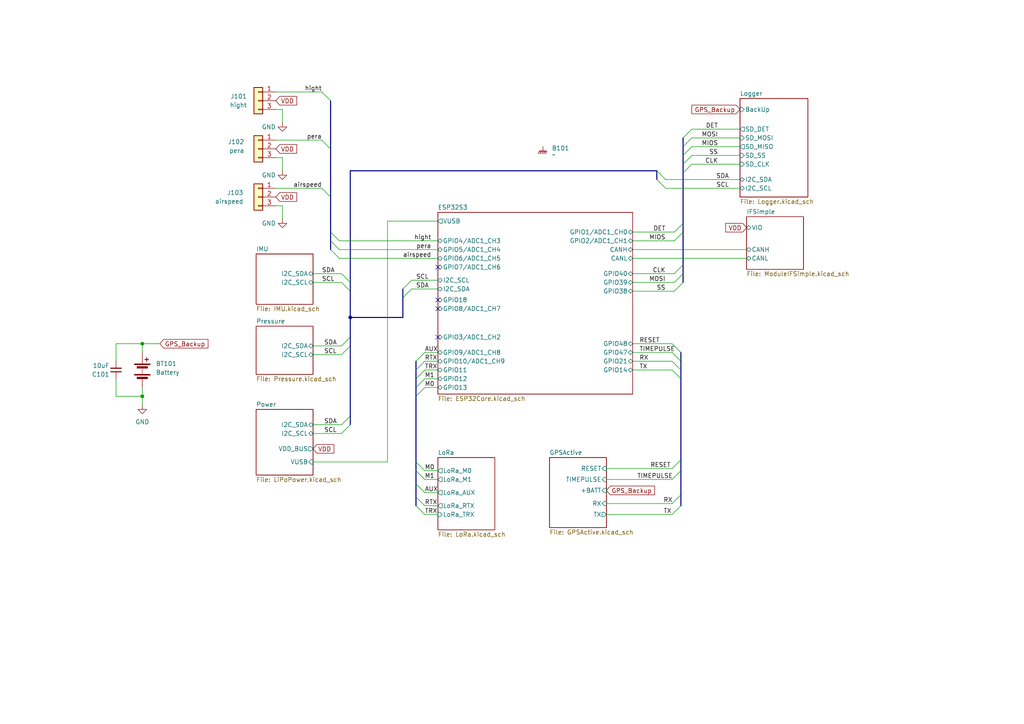
<source format=kicad_sch>
(kicad_sch
	(version 20250114)
	(generator "eeschema")
	(generator_version "9.0")
	(uuid "09ffad5f-d798-427b-afb7-94e9cea30a78")
	(paper "A4")
	(lib_symbols
		(symbol "Connector_Generic:Conn_01x03"
			(pin_names
				(offset 1.016)
				(hide yes)
			)
			(exclude_from_sim no)
			(in_bom yes)
			(on_board yes)
			(property "Reference" "J"
				(at 0 5.08 0)
				(effects
					(font
						(size 1.27 1.27)
					)
				)
			)
			(property "Value" "Conn_01x03"
				(at 0 -5.08 0)
				(effects
					(font
						(size 1.27 1.27)
					)
				)
			)
			(property "Footprint" ""
				(at 0 0 0)
				(effects
					(font
						(size 1.27 1.27)
					)
					(hide yes)
				)
			)
			(property "Datasheet" "~"
				(at 0 0 0)
				(effects
					(font
						(size 1.27 1.27)
					)
					(hide yes)
				)
			)
			(property "Description" "Generic connector, single row, 01x03, script generated (kicad-library-utils/schlib/autogen/connector/)"
				(at 0 0 0)
				(effects
					(font
						(size 1.27 1.27)
					)
					(hide yes)
				)
			)
			(property "ki_keywords" "connector"
				(at 0 0 0)
				(effects
					(font
						(size 1.27 1.27)
					)
					(hide yes)
				)
			)
			(property "ki_fp_filters" "Connector*:*_1x??_*"
				(at 0 0 0)
				(effects
					(font
						(size 1.27 1.27)
					)
					(hide yes)
				)
			)
			(symbol "Conn_01x03_1_1"
				(rectangle
					(start -1.27 3.81)
					(end 1.27 -3.81)
					(stroke
						(width 0.254)
						(type default)
					)
					(fill
						(type background)
					)
				)
				(rectangle
					(start -1.27 2.667)
					(end 0 2.413)
					(stroke
						(width 0.1524)
						(type default)
					)
					(fill
						(type none)
					)
				)
				(rectangle
					(start -1.27 0.127)
					(end 0 -0.127)
					(stroke
						(width 0.1524)
						(type default)
					)
					(fill
						(type none)
					)
				)
				(rectangle
					(start -1.27 -2.413)
					(end 0 -2.667)
					(stroke
						(width 0.1524)
						(type default)
					)
					(fill
						(type none)
					)
				)
				(pin passive line
					(at -5.08 2.54 0)
					(length 3.81)
					(name "Pin_1"
						(effects
							(font
								(size 1.27 1.27)
							)
						)
					)
					(number "1"
						(effects
							(font
								(size 1.27 1.27)
							)
						)
					)
				)
				(pin passive line
					(at -5.08 0 0)
					(length 3.81)
					(name "Pin_2"
						(effects
							(font
								(size 1.27 1.27)
							)
						)
					)
					(number "2"
						(effects
							(font
								(size 1.27 1.27)
							)
						)
					)
				)
				(pin passive line
					(at -5.08 -2.54 0)
					(length 3.81)
					(name "Pin_3"
						(effects
							(font
								(size 1.27 1.27)
							)
						)
					)
					(number "3"
						(effects
							(font
								(size 1.27 1.27)
							)
						)
					)
				)
			)
			(embedded_fonts no)
		)
		(symbol "Device:Battery"
			(pin_numbers
				(hide yes)
			)
			(pin_names
				(offset 0)
				(hide yes)
			)
			(exclude_from_sim no)
			(in_bom yes)
			(on_board yes)
			(property "Reference" "BT"
				(at 2.54 2.54 0)
				(effects
					(font
						(size 1.27 1.27)
					)
					(justify left)
				)
			)
			(property "Value" "Battery"
				(at 2.54 0 0)
				(effects
					(font
						(size 1.27 1.27)
					)
					(justify left)
				)
			)
			(property "Footprint" ""
				(at 0 1.524 90)
				(effects
					(font
						(size 1.27 1.27)
					)
					(hide yes)
				)
			)
			(property "Datasheet" "~"
				(at 0 1.524 90)
				(effects
					(font
						(size 1.27 1.27)
					)
					(hide yes)
				)
			)
			(property "Description" "Multiple-cell battery"
				(at 0 0 0)
				(effects
					(font
						(size 1.27 1.27)
					)
					(hide yes)
				)
			)
			(property "ki_keywords" "batt voltage-source cell"
				(at 0 0 0)
				(effects
					(font
						(size 1.27 1.27)
					)
					(hide yes)
				)
			)
			(symbol "Battery_0_1"
				(rectangle
					(start -2.286 1.778)
					(end 2.286 1.524)
					(stroke
						(width 0)
						(type default)
					)
					(fill
						(type outline)
					)
				)
				(rectangle
					(start -2.286 -1.27)
					(end 2.286 -1.524)
					(stroke
						(width 0)
						(type default)
					)
					(fill
						(type outline)
					)
				)
				(rectangle
					(start -1.524 1.016)
					(end 1.524 0.508)
					(stroke
						(width 0)
						(type default)
					)
					(fill
						(type outline)
					)
				)
				(rectangle
					(start -1.524 -2.032)
					(end 1.524 -2.54)
					(stroke
						(width 0)
						(type default)
					)
					(fill
						(type outline)
					)
				)
				(polyline
					(pts
						(xy 0 1.778) (xy 0 2.54)
					)
					(stroke
						(width 0)
						(type default)
					)
					(fill
						(type none)
					)
				)
				(polyline
					(pts
						(xy 0 0) (xy 0 0.254)
					)
					(stroke
						(width 0)
						(type default)
					)
					(fill
						(type none)
					)
				)
				(polyline
					(pts
						(xy 0 -0.508) (xy 0 -0.254)
					)
					(stroke
						(width 0)
						(type default)
					)
					(fill
						(type none)
					)
				)
				(polyline
					(pts
						(xy 0 -1.016) (xy 0 -0.762)
					)
					(stroke
						(width 0)
						(type default)
					)
					(fill
						(type none)
					)
				)
				(polyline
					(pts
						(xy 0.762 3.048) (xy 1.778 3.048)
					)
					(stroke
						(width 0.254)
						(type default)
					)
					(fill
						(type none)
					)
				)
				(polyline
					(pts
						(xy 1.27 3.556) (xy 1.27 2.54)
					)
					(stroke
						(width 0.254)
						(type default)
					)
					(fill
						(type none)
					)
				)
			)
			(symbol "Battery_1_1"
				(pin passive line
					(at 0 5.08 270)
					(length 2.54)
					(name "+"
						(effects
							(font
								(size 1.27 1.27)
							)
						)
					)
					(number "1"
						(effects
							(font
								(size 1.27 1.27)
							)
						)
					)
				)
				(pin passive line
					(at 0 -5.08 90)
					(length 2.54)
					(name "-"
						(effects
							(font
								(size 1.27 1.27)
							)
						)
					)
					(number "2"
						(effects
							(font
								(size 1.27 1.27)
							)
						)
					)
				)
			)
			(embedded_fonts no)
		)
		(symbol "Device:C_Small"
			(pin_numbers
				(hide yes)
			)
			(pin_names
				(offset 0.254)
				(hide yes)
			)
			(exclude_from_sim no)
			(in_bom yes)
			(on_board yes)
			(property "Reference" "C"
				(at 0.254 1.778 0)
				(effects
					(font
						(size 1.27 1.27)
					)
					(justify left)
				)
			)
			(property "Value" "C_Small"
				(at 0.254 -2.032 0)
				(effects
					(font
						(size 1.27 1.27)
					)
					(justify left)
				)
			)
			(property "Footprint" ""
				(at 0 0 0)
				(effects
					(font
						(size 1.27 1.27)
					)
					(hide yes)
				)
			)
			(property "Datasheet" "~"
				(at 0 0 0)
				(effects
					(font
						(size 1.27 1.27)
					)
					(hide yes)
				)
			)
			(property "Description" "Unpolarized capacitor, small symbol"
				(at 0 0 0)
				(effects
					(font
						(size 1.27 1.27)
					)
					(hide yes)
				)
			)
			(property "ki_keywords" "capacitor cap"
				(at 0 0 0)
				(effects
					(font
						(size 1.27 1.27)
					)
					(hide yes)
				)
			)
			(property "ki_fp_filters" "C_*"
				(at 0 0 0)
				(effects
					(font
						(size 1.27 1.27)
					)
					(hide yes)
				)
			)
			(symbol "C_Small_0_1"
				(polyline
					(pts
						(xy -1.524 0.508) (xy 1.524 0.508)
					)
					(stroke
						(width 0.3048)
						(type default)
					)
					(fill
						(type none)
					)
				)
				(polyline
					(pts
						(xy -1.524 -0.508) (xy 1.524 -0.508)
					)
					(stroke
						(width 0.3302)
						(type default)
					)
					(fill
						(type none)
					)
				)
			)
			(symbol "C_Small_1_1"
				(pin passive line
					(at 0 2.54 270)
					(length 2.032)
					(name "~"
						(effects
							(font
								(size 1.27 1.27)
							)
						)
					)
					(number "1"
						(effects
							(font
								(size 1.27 1.27)
							)
						)
					)
				)
				(pin passive line
					(at 0 -2.54 90)
					(length 2.032)
					(name "~"
						(effects
							(font
								(size 1.27 1.27)
							)
						)
					)
					(number "2"
						(effects
							(font
								(size 1.27 1.27)
							)
						)
					)
				)
			)
			(embedded_fonts no)
		)
		(symbol "WOBCLibrary:Board"
			(exclude_from_sim no)
			(in_bom yes)
			(on_board yes)
			(property "Reference" "B"
				(at 0 2.54 0)
				(effects
					(font
						(size 1.27 1.27)
					)
				)
			)
			(property "Value" ""
				(at 0 0 0)
				(effects
					(font
						(size 1.27 1.27)
					)
				)
			)
			(property "Footprint" ""
				(at 0 0 0)
				(effects
					(font
						(size 1.27 1.27)
					)
					(hide yes)
				)
			)
			(property "Datasheet" ""
				(at 0 0 0)
				(effects
					(font
						(size 1.27 1.27)
					)
					(hide yes)
				)
			)
			(property "Description" ""
				(at 0 0 0)
				(effects
					(font
						(size 1.27 1.27)
					)
					(hide yes)
				)
			)
			(symbol "Board_0_1"
				(polyline
					(pts
						(xy -1.016 -1.27) (xy -1.27 -2.032) (xy -1.27 -2.032)
					)
					(stroke
						(width 0.2032)
						(type default)
					)
					(fill
						(type none)
					)
				)
				(polyline
					(pts
						(xy -0.508 -1.27) (xy -0.762 -2.032) (xy -0.762 -2.032)
					)
					(stroke
						(width 0.2032)
						(type default)
					)
					(fill
						(type none)
					)
				)
				(polyline
					(pts
						(xy 0 -1.27) (xy 0 0)
					)
					(stroke
						(width 0)
						(type default)
					)
					(fill
						(type none)
					)
				)
				(polyline
					(pts
						(xy 0 -1.27) (xy -0.254 -2.032) (xy -0.254 -2.032)
					)
					(stroke
						(width 0.2032)
						(type default)
					)
					(fill
						(type none)
					)
				)
				(polyline
					(pts
						(xy 0.508 -1.27) (xy 0.254 -2.032) (xy 0.254 -2.032)
					)
					(stroke
						(width 0.2032)
						(type default)
					)
					(fill
						(type none)
					)
				)
				(polyline
					(pts
						(xy 1.016 -1.27) (xy -1.016 -1.27) (xy -1.016 -1.27)
					)
					(stroke
						(width 0.2032)
						(type default)
					)
					(fill
						(type none)
					)
				)
				(polyline
					(pts
						(xy 1.016 -1.27) (xy 0.762 -2.032) (xy 0.762 -2.032) (xy 0.762 -2.032)
					)
					(stroke
						(width 0.2032)
						(type default)
					)
					(fill
						(type none)
					)
				)
			)
			(symbol "Board_1_1"
				(pin power_in line
					(at 0 0 270)
					(length 0)
					(hide yes)
					(name "GND"
						(effects
							(font
								(size 1.27 1.27)
							)
						)
					)
					(number "GND"
						(effects
							(font
								(size 1.27 1.27)
							)
						)
					)
				)
			)
			(embedded_fonts no)
		)
		(symbol "power:GND"
			(power)
			(pin_numbers
				(hide yes)
			)
			(pin_names
				(offset 0)
				(hide yes)
			)
			(exclude_from_sim no)
			(in_bom yes)
			(on_board yes)
			(property "Reference" "#PWR"
				(at 0 -6.35 0)
				(effects
					(font
						(size 1.27 1.27)
					)
					(hide yes)
				)
			)
			(property "Value" "GND"
				(at 0 -3.81 0)
				(effects
					(font
						(size 1.27 1.27)
					)
				)
			)
			(property "Footprint" ""
				(at 0 0 0)
				(effects
					(font
						(size 1.27 1.27)
					)
					(hide yes)
				)
			)
			(property "Datasheet" ""
				(at 0 0 0)
				(effects
					(font
						(size 1.27 1.27)
					)
					(hide yes)
				)
			)
			(property "Description" "Power symbol creates a global label with name \"GND\" , ground"
				(at 0 0 0)
				(effects
					(font
						(size 1.27 1.27)
					)
					(hide yes)
				)
			)
			(property "ki_keywords" "global power"
				(at 0 0 0)
				(effects
					(font
						(size 1.27 1.27)
					)
					(hide yes)
				)
			)
			(symbol "GND_0_1"
				(polyline
					(pts
						(xy 0 0) (xy 0 -1.27) (xy 1.27 -1.27) (xy 0 -2.54) (xy -1.27 -1.27) (xy 0 -1.27)
					)
					(stroke
						(width 0)
						(type default)
					)
					(fill
						(type none)
					)
				)
			)
			(symbol "GND_1_1"
				(pin power_in line
					(at 0 0 270)
					(length 0)
					(name "~"
						(effects
							(font
								(size 1.27 1.27)
							)
						)
					)
					(number "1"
						(effects
							(font
								(size 1.27 1.27)
							)
						)
					)
				)
			)
			(embedded_fonts no)
		)
	)
	(junction
		(at 101.6 92.075)
		(diameter 0)
		(color 0 0 0 0)
		(uuid "390da417-b9bf-427b-b944-b0df40265feb")
	)
	(junction
		(at 41.275 114.935)
		(diameter 0)
		(color 0 0 0 0)
		(uuid "5371c667-b2b2-4882-aa35-eee9f6f17540")
	)
	(junction
		(at 41.275 99.695)
		(diameter 0)
		(color 0 0 0 0)
		(uuid "93968b82-293e-4ced-a267-d4db68f4a47d")
	)
	(no_connect
		(at 127 89.535)
		(uuid "44df5e7a-2a6a-4986-9a34-366d6257478a")
	)
	(no_connect
		(at 127 77.47)
		(uuid "a9ca8203-957c-4e97-ac02-999b19f04c7a")
	)
	(no_connect
		(at 127 97.79)
		(uuid "b21cea2c-7c39-4553-ae0b-c7a586c69446")
	)
	(no_connect
		(at 127 86.995)
		(uuid "d8c0a6be-de0e-43c7-9564-87b891ae6826")
	)
	(bus_entry
		(at 93.345 26.67)
		(size 2.54 2.54)
		(stroke
			(width 0)
			(type default)
		)
		(uuid "0a1a3ef3-ab78-403b-8ebf-68fe74d8cd27")
	)
	(bus_entry
		(at 194.945 99.695)
		(size 2.54 2.54)
		(stroke
			(width 0)
			(type default)
		)
		(uuid "140d10d7-c999-4a9c-a8f5-a9722f2814f2")
	)
	(bus_entry
		(at 195.58 67.31)
		(size 2.54 -2.54)
		(stroke
			(width 0)
			(type default)
		)
		(uuid "2020304e-ddea-4154-9ac7-c740de1b501e")
	)
	(bus_entry
		(at 194.945 104.775)
		(size 2.54 2.54)
		(stroke
			(width 0)
			(type default)
		)
		(uuid "21600f26-df64-458a-b7fc-d36401b3730d")
	)
	(bus_entry
		(at 195.58 84.455)
		(size 2.54 -2.54)
		(stroke
			(width 0)
			(type default)
		)
		(uuid "25dfa102-4ee7-4df9-b35b-5e4c4845ad9f")
	)
	(bus_entry
		(at 193.04 54.61)
		(size -2.54 -2.54)
		(stroke
			(width 0)
			(type default)
		)
		(uuid "306273eb-15a0-473c-b0da-3fd20dc5d45c")
	)
	(bus_entry
		(at 195.58 81.915)
		(size 2.54 -2.54)
		(stroke
			(width 0)
			(type default)
		)
		(uuid "32d1b1bc-3ef5-4ee2-9950-fb890db69dfe")
	)
	(bus_entry
		(at 197.485 143.51)
		(size -2.54 2.54)
		(stroke
			(width 0)
			(type default)
		)
		(uuid "3eaaaaea-6ff3-4e5b-adb3-19bc9ba179a6")
	)
	(bus_entry
		(at 123.19 149.225)
		(size -2.54 -2.54)
		(stroke
			(width 0)
			(type default)
		)
		(uuid "3f42c3a8-18cd-4f51-8ace-2d74ebf3ff68")
	)
	(bus_entry
		(at 99.06 125.73)
		(size 2.54 -2.54)
		(stroke
			(width 0)
			(type default)
		)
		(uuid "3ff0ebf9-8ec1-4416-b219-eb2a213b4599")
	)
	(bus_entry
		(at 123.19 142.875)
		(size -2.54 -2.54)
		(stroke
			(width 0)
			(type default)
		)
		(uuid "534602a8-0783-420f-9ff5-f344d6c9babb")
	)
	(bus_entry
		(at 120.65 107.315)
		(size 2.54 -2.54)
		(stroke
			(width 0)
			(type default)
		)
		(uuid "5a4d24e0-00a6-47a8-a5bf-790139fbf815")
	)
	(bus_entry
		(at 123.19 139.065)
		(size -2.54 -2.54)
		(stroke
			(width 0)
			(type default)
		)
		(uuid "5e6cd178-af19-4e21-b15f-6af3a9c52f71")
	)
	(bus_entry
		(at 200.66 42.545)
		(size -2.54 2.54)
		(stroke
			(width 0)
			(type default)
		)
		(uuid "66367ae4-ae20-4ce8-8800-7a03a137e2fb")
	)
	(bus_entry
		(at 120.65 112.395)
		(size 2.54 -2.54)
		(stroke
			(width 0)
			(type default)
		)
		(uuid "67d351b3-67c4-4842-8ae2-75abdc84e2c4")
	)
	(bus_entry
		(at 194.945 102.235)
		(size 2.54 2.54)
		(stroke
			(width 0)
			(type default)
		)
		(uuid "6fa1ebab-8156-468d-a039-e7cee257b5ef")
	)
	(bus_entry
		(at 200.66 45.085)
		(size -2.54 2.54)
		(stroke
			(width 0)
			(type default)
		)
		(uuid "71f76059-3a29-4df5-8783-d7ec7861b0b6")
	)
	(bus_entry
		(at 99.06 100.33)
		(size 2.54 -2.54)
		(stroke
			(width 0)
			(type default)
		)
		(uuid "7680a626-1200-4cb7-9ca2-db334dfccc88")
	)
	(bus_entry
		(at 195.58 69.85)
		(size 2.54 -2.54)
		(stroke
			(width 0)
			(type default)
		)
		(uuid "785ae9aa-3a35-40fd-b0cc-409176182580")
	)
	(bus_entry
		(at 93.345 54.61)
		(size 2.54 2.54)
		(stroke
			(width 0)
			(type default)
		)
		(uuid "81bcef36-2d0d-456f-9ad0-a12d6418533c")
	)
	(bus_entry
		(at 99.06 123.19)
		(size 2.54 -2.54)
		(stroke
			(width 0)
			(type default)
		)
		(uuid "854600ec-24e9-4354-a6d6-3e665f0c6344")
	)
	(bus_entry
		(at 197.485 133.35)
		(size -2.54 2.54)
		(stroke
			(width 0)
			(type default)
		)
		(uuid "87182492-c005-4e3c-96f8-ae273b2770a9")
	)
	(bus_entry
		(at 95.885 69.85)
		(size 2.54 2.54)
		(stroke
			(width 0)
			(type default)
		)
		(uuid "88b83e7f-3aa6-4e5d-9b46-30966a412256")
	)
	(bus_entry
		(at 193.04 52.07)
		(size -2.54 -2.54)
		(stroke
			(width 0)
			(type default)
		)
		(uuid "89429cc1-a95c-4034-ae26-dc618132ae5c")
	)
	(bus_entry
		(at 197.485 146.685)
		(size -2.54 2.54)
		(stroke
			(width 0)
			(type default)
		)
		(uuid "8be50c1a-8256-45cf-a1bb-b5bb2eafe8a1")
	)
	(bus_entry
		(at 99.06 102.87)
		(size 2.54 -2.54)
		(stroke
			(width 0)
			(type default)
		)
		(uuid "948b605e-7fa9-4f6d-84c7-b2536af1a529")
	)
	(bus_entry
		(at 120.65 114.935)
		(size 2.54 -2.54)
		(stroke
			(width 0)
			(type default)
		)
		(uuid "9ce2685f-80d3-415e-9add-6813badb460a")
	)
	(bus_entry
		(at 99.06 81.915)
		(size 2.54 2.54)
		(stroke
			(width 0)
			(type default)
		)
		(uuid "a3c182a1-e055-49ce-af60-d53fbf5eab1a")
	)
	(bus_entry
		(at 200.66 47.625)
		(size -2.54 2.54)
		(stroke
			(width 0)
			(type default)
		)
		(uuid "a9118c6b-affd-4dc6-abf6-84aa3941d93c")
	)
	(bus_entry
		(at 120.65 109.855)
		(size 2.54 -2.54)
		(stroke
			(width 0)
			(type default)
		)
		(uuid "acebe713-cfac-46eb-86a7-e1be2a45ddee")
	)
	(bus_entry
		(at 116.84 83.82)
		(size 2.54 -2.54)
		(stroke
			(width 0)
			(type default)
		)
		(uuid "b438450f-f75f-477b-94f7-07d83472024b")
	)
	(bus_entry
		(at 200.66 37.465)
		(size -2.54 2.54)
		(stroke
			(width 0)
			(type default)
		)
		(uuid "b5833b55-727c-44ca-9ea4-8b820f044386")
	)
	(bus_entry
		(at 197.485 136.525)
		(size -2.54 2.54)
		(stroke
			(width 0)
			(type default)
		)
		(uuid "b5cb943c-43b2-4fd9-9384-751b9835e7c7")
	)
	(bus_entry
		(at 95.885 72.39)
		(size 2.54 2.54)
		(stroke
			(width 0)
			(type default)
		)
		(uuid "b7719091-1965-4783-a699-732e780db925")
	)
	(bus_entry
		(at 95.885 67.31)
		(size 2.54 2.54)
		(stroke
			(width 0)
			(type default)
		)
		(uuid "c8d3b12a-0551-4cf9-8369-0fcb42157937")
	)
	(bus_entry
		(at 120.65 104.775)
		(size 2.54 -2.54)
		(stroke
			(width 0)
			(type default)
		)
		(uuid "cbb8c74a-ba23-4575-b317-ab9e2ab8f28e")
	)
	(bus_entry
		(at 194.945 107.315)
		(size 2.54 2.54)
		(stroke
			(width 0)
			(type default)
		)
		(uuid "d0342a44-8357-4ee6-9429-613bd1c2411c")
	)
	(bus_entry
		(at 123.19 146.685)
		(size -2.54 -2.54)
		(stroke
			(width 0)
			(type default)
		)
		(uuid "d41723b4-8a17-4076-b2a0-3eb72c1259f3")
	)
	(bus_entry
		(at 93.345 40.64)
		(size 2.54 2.54)
		(stroke
			(width 0)
			(type default)
		)
		(uuid "e681f022-6d36-4eab-91a7-608e234a0452")
	)
	(bus_entry
		(at 123.19 136.525)
		(size -2.54 -2.54)
		(stroke
			(width 0)
			(type default)
		)
		(uuid "e7b8d0a8-67c5-48db-bd8d-292d29b46327")
	)
	(bus_entry
		(at 195.58 79.375)
		(size 2.54 -2.54)
		(stroke
			(width 0)
			(type default)
		)
		(uuid "e987cbe6-e594-4087-a74f-1a97e14ac6bc")
	)
	(bus_entry
		(at 116.84 86.36)
		(size 2.54 -2.54)
		(stroke
			(width 0)
			(type default)
		)
		(uuid "f1a6c067-1e44-4717-8131-8079d90c04b8")
	)
	(bus_entry
		(at 99.06 79.375)
		(size 2.54 2.54)
		(stroke
			(width 0)
			(type default)
		)
		(uuid "f1eb3794-d8b7-4c7f-b68c-fba6ceeedb1d")
	)
	(bus_entry
		(at 200.66 40.005)
		(size -2.54 2.54)
		(stroke
			(width 0)
			(type default)
		)
		(uuid "f753807d-54b7-4ea1-a88a-6f9aea541ca7")
	)
	(bus
		(pts
			(xy 197.485 133.35) (xy 197.485 136.525)
		)
		(stroke
			(width 0)
			(type default)
		)
		(uuid "03e5b026-a035-4b29-aa52-9b4e461657d6")
	)
	(wire
		(pts
			(xy 123.19 109.855) (xy 127 109.855)
		)
		(stroke
			(width 0)
			(type default)
		)
		(uuid "055d10ba-e061-4abc-b142-050555932365")
	)
	(wire
		(pts
			(xy 93.345 40.64) (xy 80.01 40.64)
		)
		(stroke
			(width 0)
			(type default)
		)
		(uuid "0765362f-ea47-4fb4-956a-35c281ea81be")
	)
	(bus
		(pts
			(xy 198.12 45.085) (xy 198.12 47.625)
		)
		(stroke
			(width 0)
			(type default)
		)
		(uuid "0ab0eb91-8e8e-484e-8598-1a248b35bba4")
	)
	(bus
		(pts
			(xy 120.65 107.315) (xy 120.65 109.855)
		)
		(stroke
			(width 0)
			(type default)
		)
		(uuid "0e2584bc-4a83-49fc-88a5-cc2e99a1c196")
	)
	(bus
		(pts
			(xy 198.12 79.375) (xy 198.12 81.915)
		)
		(stroke
			(width 0)
			(type default)
		)
		(uuid "0f14c809-55de-41c7-b8a0-915deebc8ee2")
	)
	(bus
		(pts
			(xy 198.12 76.835) (xy 198.12 79.375)
		)
		(stroke
			(width 0)
			(type default)
		)
		(uuid "10d4694a-9044-4b38-9d40-fdc729e316da")
	)
	(wire
		(pts
			(xy 214.63 54.61) (xy 193.04 54.61)
		)
		(stroke
			(width 0)
			(type default)
		)
		(uuid "149cc62b-0a39-497d-ab07-144dd71dee25")
	)
	(bus
		(pts
			(xy 116.84 86.36) (xy 116.84 92.075)
		)
		(stroke
			(width 0)
			(type default)
		)
		(uuid "14b3c5f0-3002-473c-8e8d-03ddd09eaf9c")
	)
	(bus
		(pts
			(xy 198.12 42.545) (xy 198.12 45.085)
		)
		(stroke
			(width 0)
			(type default)
		)
		(uuid "15ec1e9a-4ded-4804-8b8b-a090f1f13f39")
	)
	(bus
		(pts
			(xy 120.65 136.525) (xy 120.65 140.335)
		)
		(stroke
			(width 0)
			(type default)
		)
		(uuid "160593ba-7343-4ad0-a8a1-380d0ba16ae3")
	)
	(wire
		(pts
			(xy 123.19 149.225) (xy 127 149.225)
		)
		(stroke
			(width 0)
			(type default)
		)
		(uuid "164a8c01-d832-4add-9fec-8df186305f66")
	)
	(wire
		(pts
			(xy 123.19 104.775) (xy 127 104.775)
		)
		(stroke
			(width 0)
			(type default)
		)
		(uuid "18a1b9fd-2454-4514-b29c-00fbf17f26b6")
	)
	(wire
		(pts
			(xy 41.275 112.395) (xy 41.275 114.935)
		)
		(stroke
			(width 0)
			(type default)
		)
		(uuid "1abde9e3-f90d-4a8a-a94b-95732d82d69b")
	)
	(wire
		(pts
			(xy 33.655 109.855) (xy 33.655 114.935)
		)
		(stroke
			(width 0)
			(type default)
		)
		(uuid "1b021755-857e-490d-8c12-bb30f4ea5823")
	)
	(wire
		(pts
			(xy 90.805 123.19) (xy 99.06 123.19)
		)
		(stroke
			(width 0)
			(type default)
		)
		(uuid "1dd3761c-d634-4466-ac7a-de45053bcc0c")
	)
	(wire
		(pts
			(xy 81.915 59.69) (xy 81.915 63.5)
		)
		(stroke
			(width 0)
			(type default)
		)
		(uuid "1fe7d3cd-b5b4-4de0-b2f5-3789678cd781")
	)
	(bus
		(pts
			(xy 101.6 100.33) (xy 101.6 120.65)
		)
		(stroke
			(width 0)
			(type default)
		)
		(uuid "21754463-3d62-4ff9-984b-1f050a4ad8b6")
	)
	(bus
		(pts
			(xy 198.12 50.165) (xy 198.12 64.77)
		)
		(stroke
			(width 0)
			(type default)
		)
		(uuid "232b52cd-8854-4af9-8701-40cab9aa42b6")
	)
	(wire
		(pts
			(xy 123.19 136.525) (xy 127 136.525)
		)
		(stroke
			(width 0)
			(type default)
		)
		(uuid "26a62bd2-6690-431a-b1f3-64bcb41fc879")
	)
	(wire
		(pts
			(xy 90.805 79.375) (xy 99.06 79.375)
		)
		(stroke
			(width 0)
			(type default)
		)
		(uuid "27016db3-62fa-447a-9f93-589e6cb0e106")
	)
	(wire
		(pts
			(xy 123.19 102.235) (xy 127 102.235)
		)
		(stroke
			(width 0)
			(type default)
		)
		(uuid "2bca8b57-4d2c-4680-bc9e-791e0ad4d152")
	)
	(wire
		(pts
			(xy 214.63 42.545) (xy 200.66 42.545)
		)
		(stroke
			(width 0)
			(type default)
		)
		(uuid "2c4ef69f-74f3-48ae-8963-1d9e7738ec67")
	)
	(wire
		(pts
			(xy 183.515 67.31) (xy 195.58 67.31)
		)
		(stroke
			(width 0)
			(type default)
		)
		(uuid "2f7cef06-93a8-492e-9fd3-30f4e7fdecca")
	)
	(wire
		(pts
			(xy 183.515 102.235) (xy 194.945 102.235)
		)
		(stroke
			(width 0)
			(type default)
		)
		(uuid "331b8721-0b85-47b5-b55b-c46e81a7f023")
	)
	(wire
		(pts
			(xy 183.515 107.315) (xy 194.945 107.315)
		)
		(stroke
			(width 0)
			(type default)
		)
		(uuid "36b88132-a97b-45ca-8166-64ea5971d746")
	)
	(bus
		(pts
			(xy 120.65 109.855) (xy 120.65 112.395)
		)
		(stroke
			(width 0)
			(type default)
		)
		(uuid "37128569-c28f-4095-a01b-1e618370f0a1")
	)
	(wire
		(pts
			(xy 81.915 49.53) (xy 81.915 45.72)
		)
		(stroke
			(width 0)
			(type default)
		)
		(uuid "39f2820a-4eb7-4870-90bb-e042482e7a62")
	)
	(bus
		(pts
			(xy 198.12 40.005) (xy 198.12 42.545)
		)
		(stroke
			(width 0)
			(type default)
		)
		(uuid "3b695286-a4f9-4d1d-a7d7-d3cc03eacec0")
	)
	(bus
		(pts
			(xy 101.6 97.79) (xy 101.6 100.33)
		)
		(stroke
			(width 0)
			(type default)
		)
		(uuid "4157eb36-ab35-4bab-af6c-afa6e0764398")
	)
	(bus
		(pts
			(xy 197.485 102.235) (xy 197.485 104.775)
		)
		(stroke
			(width 0)
			(type default)
		)
		(uuid "4414d41e-8bfd-47ef-9721-f27e4b3d1688")
	)
	(wire
		(pts
			(xy 90.805 102.87) (xy 99.06 102.87)
		)
		(stroke
			(width 0)
			(type default)
		)
		(uuid "4919b6b3-09ac-4fed-8139-8127475dfe90")
	)
	(wire
		(pts
			(xy 175.895 139.065) (xy 194.945 139.065)
		)
		(stroke
			(width 0)
			(type default)
		)
		(uuid "4adf53df-9fe7-40bc-baec-b84b5e78b72d")
	)
	(bus
		(pts
			(xy 197.485 143.51) (xy 197.485 146.685)
		)
		(stroke
			(width 0)
			(type default)
		)
		(uuid "4cc145f2-a643-4f24-8c2c-b45fa8b9b067")
	)
	(bus
		(pts
			(xy 120.65 133.985) (xy 120.65 136.525)
		)
		(stroke
			(width 0)
			(type default)
		)
		(uuid "4f818437-f00c-4633-a4a3-1f89903d06ac")
	)
	(bus
		(pts
			(xy 95.885 43.18) (xy 95.885 57.15)
		)
		(stroke
			(width 0)
			(type default)
		)
		(uuid "561dfddf-a5f9-4b89-a43c-5df9ddd78435")
	)
	(bus
		(pts
			(xy 95.885 29.21) (xy 95.885 43.18)
		)
		(stroke
			(width 0)
			(type default)
		)
		(uuid "59315a21-48ed-4a26-af74-6dde733881b7")
	)
	(wire
		(pts
			(xy 123.19 142.875) (xy 127 142.875)
		)
		(stroke
			(width 0)
			(type default)
		)
		(uuid "5c78b33e-632c-4b82-80bf-77b2bdc9de15")
	)
	(wire
		(pts
			(xy 90.805 100.33) (xy 99.06 100.33)
		)
		(stroke
			(width 0)
			(type default)
		)
		(uuid "6973136f-c0f8-4901-8a8e-1dbfa968e408")
	)
	(wire
		(pts
			(xy 123.19 139.065) (xy 127 139.065)
		)
		(stroke
			(width 0)
			(type default)
		)
		(uuid "6a3ae2f8-c4e7-4792-ada0-5b587ac375ed")
	)
	(bus
		(pts
			(xy 197.485 109.855) (xy 197.485 133.35)
		)
		(stroke
			(width 0)
			(type default)
		)
		(uuid "6b5509a2-1739-4978-95c6-51a8a31a1239")
	)
	(bus
		(pts
			(xy 190.5 49.53) (xy 190.5 52.07)
		)
		(stroke
			(width 0)
			(type default)
		)
		(uuid "6bf1724b-2b7d-48bf-925b-a02c951bb18a")
	)
	(wire
		(pts
			(xy 98.425 74.93) (xy 127 74.93)
		)
		(stroke
			(width 0)
			(type default)
		)
		(uuid "70831757-2d22-498b-bc3d-fde22b1c6032")
	)
	(bus
		(pts
			(xy 101.6 120.65) (xy 101.6 123.19)
		)
		(stroke
			(width 0)
			(type default)
		)
		(uuid "758f098b-088a-4cbd-9645-eb92b750e960")
	)
	(wire
		(pts
			(xy 90.805 125.73) (xy 99.06 125.73)
		)
		(stroke
			(width 0)
			(type default)
		)
		(uuid "7687ef70-d4f2-49d8-b4c2-3972197c6fcb")
	)
	(wire
		(pts
			(xy 98.425 69.85) (xy 127 69.85)
		)
		(stroke
			(width 0)
			(type default)
		)
		(uuid "76cd0e6f-cf8e-4b51-a36e-c8ee2d0dd970")
	)
	(wire
		(pts
			(xy 175.895 146.05) (xy 194.945 146.05)
		)
		(stroke
			(width 0)
			(type default)
		)
		(uuid "7881beea-e10a-493f-965d-718f664449bc")
	)
	(wire
		(pts
			(xy 112.395 64.135) (xy 127 64.135)
		)
		(stroke
			(width 0)
			(type default)
		)
		(uuid "7b651452-91ca-4327-80e8-7aedb56f8da1")
	)
	(wire
		(pts
			(xy 214.63 45.085) (xy 200.66 45.085)
		)
		(stroke
			(width 0)
			(type default)
		)
		(uuid "7d9619c6-6962-4d30-b278-8861da2ea787")
	)
	(wire
		(pts
			(xy 93.345 54.61) (xy 80.01 54.61)
		)
		(stroke
			(width 0)
			(type default)
		)
		(uuid "818e337d-c236-402a-a347-e52dc00d13fc")
	)
	(wire
		(pts
			(xy 112.395 64.135) (xy 112.395 133.985)
		)
		(stroke
			(width 0)
			(type default)
		)
		(uuid "81f50890-802a-4288-974b-d1dc7e923de7")
	)
	(bus
		(pts
			(xy 120.65 140.335) (xy 120.65 144.145)
		)
		(stroke
			(width 0)
			(type default)
		)
		(uuid "86165e58-e216-41d0-98e1-a728ffab1641")
	)
	(bus
		(pts
			(xy 198.12 67.31) (xy 198.12 76.835)
		)
		(stroke
			(width 0)
			(type default)
		)
		(uuid "86f4aa27-d648-4013-8fa8-419fdeb0ad4c")
	)
	(wire
		(pts
			(xy 123.19 107.315) (xy 127 107.315)
		)
		(stroke
			(width 0)
			(type default)
		)
		(uuid "88cfdc0f-9586-4f63-9f9b-9943ad524589")
	)
	(bus
		(pts
			(xy 120.65 114.935) (xy 120.65 133.985)
		)
		(stroke
			(width 0)
			(type default)
		)
		(uuid "89ada428-8cb5-4db7-a3b8-881ee7346363")
	)
	(wire
		(pts
			(xy 81.915 45.72) (xy 80.01 45.72)
		)
		(stroke
			(width 0)
			(type default)
		)
		(uuid "8e885ab2-22b8-40a0-a26d-2c2c9e5540e0")
	)
	(bus
		(pts
			(xy 197.485 107.315) (xy 197.485 109.855)
		)
		(stroke
			(width 0)
			(type default)
		)
		(uuid "8ff5c39b-5ba2-414d-8772-bfda6613f80b")
	)
	(bus
		(pts
			(xy 95.885 57.15) (xy 95.885 67.31)
		)
		(stroke
			(width 0)
			(type default)
		)
		(uuid "945ea75d-bcc9-4567-998c-9502ef28b2c3")
	)
	(wire
		(pts
			(xy 183.515 84.455) (xy 195.58 84.455)
		)
		(stroke
			(width 0)
			(type default)
		)
		(uuid "978ed15e-4fd0-4c1b-9fd8-0376b4c771f9")
	)
	(wire
		(pts
			(xy 33.655 114.935) (xy 41.275 114.935)
		)
		(stroke
			(width 0)
			(type default)
		)
		(uuid "97affbaa-70b0-49a3-a256-cc587d2c6891")
	)
	(wire
		(pts
			(xy 175.895 135.89) (xy 194.945 135.89)
		)
		(stroke
			(width 0)
			(type default)
		)
		(uuid "984e0a09-dae4-45fb-b628-8a49629e2da6")
	)
	(wire
		(pts
			(xy 33.655 99.695) (xy 33.655 104.775)
		)
		(stroke
			(width 0)
			(type default)
		)
		(uuid "9ae9d938-b85f-41ca-9802-3696aa5f83da")
	)
	(bus
		(pts
			(xy 95.885 67.31) (xy 95.885 69.85)
		)
		(stroke
			(width 0)
			(type default)
		)
		(uuid "a61bdd89-e3cc-4efb-b471-e56321374ccf")
	)
	(wire
		(pts
			(xy 33.655 99.695) (xy 41.275 99.695)
		)
		(stroke
			(width 0)
			(type default)
		)
		(uuid "a656b6cc-55bd-4438-a88d-f91f2f8ccef1")
	)
	(bus
		(pts
			(xy 190.5 49.53) (xy 101.6 49.53)
		)
		(stroke
			(width 0)
			(type default)
		)
		(uuid "aa171ed1-8527-4f97-a50a-d3ffba01d771")
	)
	(bus
		(pts
			(xy 116.84 83.82) (xy 116.84 86.36)
		)
		(stroke
			(width 0)
			(type default)
		)
		(uuid "abca265e-6116-4e77-83aa-78e62a8f7a9b")
	)
	(wire
		(pts
			(xy 183.515 81.915) (xy 195.58 81.915)
		)
		(stroke
			(width 0)
			(type default)
		)
		(uuid "ae787949-5669-43ca-9f45-cf2725d6c8ed")
	)
	(wire
		(pts
			(xy 175.895 149.225) (xy 194.945 149.225)
		)
		(stroke
			(width 0)
			(type default)
		)
		(uuid "aea224cf-b002-478f-969d-c04ec6ff4620")
	)
	(bus
		(pts
			(xy 101.6 81.915) (xy 101.6 84.455)
		)
		(stroke
			(width 0)
			(type default)
		)
		(uuid "b011b864-4a37-49c6-af4f-5b81bb2661a9")
	)
	(bus
		(pts
			(xy 95.885 72.39) (xy 95.885 69.85)
		)
		(stroke
			(width 0)
			(type default)
		)
		(uuid "b20251f8-4a81-4f23-9903-7b3f0c973d1e")
	)
	(wire
		(pts
			(xy 81.915 31.75) (xy 80.01 31.75)
		)
		(stroke
			(width 0)
			(type default)
		)
		(uuid "b351ac1f-5e36-4762-9872-537b50177754")
	)
	(wire
		(pts
			(xy 183.515 69.85) (xy 195.58 69.85)
		)
		(stroke
			(width 0)
			(type default)
		)
		(uuid "b41ae0ed-8ead-4b94-95f5-a5362c462eda")
	)
	(wire
		(pts
			(xy 41.275 99.695) (xy 41.275 102.235)
		)
		(stroke
			(width 0)
			(type default)
		)
		(uuid "b48248a2-388d-4754-9cc9-716d88acd532")
	)
	(wire
		(pts
			(xy 41.275 114.935) (xy 41.275 117.475)
		)
		(stroke
			(width 0)
			(type default)
		)
		(uuid "b8e7a75b-1d82-452c-bec2-8930639206b6")
	)
	(wire
		(pts
			(xy 119.38 83.82) (xy 127 83.82)
		)
		(stroke
			(width 0)
			(type default)
		)
		(uuid "bf871934-d2bb-46d0-911f-18a821e15225")
	)
	(bus
		(pts
			(xy 101.6 92.075) (xy 101.6 97.79)
		)
		(stroke
			(width 0)
			(type default)
		)
		(uuid "c2173498-272d-42a7-ad5f-4edb532a06dc")
	)
	(wire
		(pts
			(xy 183.515 72.39) (xy 216.535 72.39)
		)
		(stroke
			(width 0)
			(type default)
		)
		(uuid "c2d24ed1-eed0-483a-9a7f-8c06c313b973")
	)
	(wire
		(pts
			(xy 123.19 112.395) (xy 127 112.395)
		)
		(stroke
			(width 0)
			(type default)
		)
		(uuid "c3887443-a81e-4ca6-9d6f-c03955ad0284")
	)
	(bus
		(pts
			(xy 120.65 144.145) (xy 120.65 146.685)
		)
		(stroke
			(width 0)
			(type default)
		)
		(uuid "c4a79386-65ca-4e6e-9f1c-9cf5e7f6bb94")
	)
	(wire
		(pts
			(xy 183.515 74.93) (xy 216.535 74.93)
		)
		(stroke
			(width 0)
			(type default)
		)
		(uuid "c53d3250-8592-47be-8743-109647b89358")
	)
	(wire
		(pts
			(xy 90.805 133.985) (xy 112.395 133.985)
		)
		(stroke
			(width 0)
			(type default)
		)
		(uuid "c54db690-ff59-45aa-a7b0-b5af23835204")
	)
	(wire
		(pts
			(xy 214.63 47.625) (xy 200.66 47.625)
		)
		(stroke
			(width 0)
			(type default)
		)
		(uuid "c90e0f4a-ca48-4c6c-bcad-5e1ed82b1056")
	)
	(wire
		(pts
			(xy 90.805 81.915) (xy 99.06 81.915)
		)
		(stroke
			(width 0)
			(type default)
		)
		(uuid "cb220c1b-cf18-417c-bd23-4312f271db8a")
	)
	(bus
		(pts
			(xy 198.12 64.77) (xy 198.12 67.31)
		)
		(stroke
			(width 0)
			(type default)
		)
		(uuid "ced6e721-b87a-4341-9ca1-42f112c1dfcd")
	)
	(wire
		(pts
			(xy 214.63 52.07) (xy 193.04 52.07)
		)
		(stroke
			(width 0)
			(type default)
		)
		(uuid "ceff0002-03cf-4f69-9e8b-7746079d4bd7")
	)
	(bus
		(pts
			(xy 198.12 47.625) (xy 198.12 50.165)
		)
		(stroke
			(width 0)
			(type default)
		)
		(uuid "cf2cac2e-0137-425e-98df-b97ed824bc07")
	)
	(wire
		(pts
			(xy 183.515 104.775) (xy 194.945 104.775)
		)
		(stroke
			(width 0)
			(type default)
		)
		(uuid "d3cd0dd6-4730-43a8-9e75-60a37ea59f30")
	)
	(bus
		(pts
			(xy 101.6 92.075) (xy 116.84 92.075)
		)
		(stroke
			(width 0)
			(type default)
		)
		(uuid "d4816117-1cef-42d1-a387-da451fca11a5")
	)
	(wire
		(pts
			(xy 41.275 99.695) (xy 46.355 99.695)
		)
		(stroke
			(width 0)
			(type default)
		)
		(uuid "d57e3587-91be-46a3-84d8-c63a8a780e10")
	)
	(bus
		(pts
			(xy 101.6 84.455) (xy 101.6 92.075)
		)
		(stroke
			(width 0)
			(type default)
		)
		(uuid "da98fe11-a94e-4d15-8e6a-15725ec04db3")
	)
	(wire
		(pts
			(xy 119.38 81.28) (xy 127 81.28)
		)
		(stroke
			(width 0)
			(type default)
		)
		(uuid "daa4fd10-dd35-478d-b646-e4e6e6f5dca9")
	)
	(wire
		(pts
			(xy 183.515 79.375) (xy 195.58 79.375)
		)
		(stroke
			(width 0)
			(type default)
		)
		(uuid "dba4c237-290b-4a61-b090-dd859c745ef4")
	)
	(bus
		(pts
			(xy 101.6 49.53) (xy 101.6 81.915)
		)
		(stroke
			(width 0)
			(type default)
		)
		(uuid "df136be6-e02c-46c3-9326-d28573c71587")
	)
	(wire
		(pts
			(xy 214.63 37.465) (xy 200.66 37.465)
		)
		(stroke
			(width 0)
			(type default)
		)
		(uuid "e28e1455-d943-4055-b2da-77f7919494fc")
	)
	(wire
		(pts
			(xy 93.345 26.67) (xy 80.01 26.67)
		)
		(stroke
			(width 0)
			(type default)
		)
		(uuid "e3727b12-8682-4219-bcd0-5764d0426d72")
	)
	(wire
		(pts
			(xy 214.63 40.005) (xy 200.66 40.005)
		)
		(stroke
			(width 0)
			(type default)
		)
		(uuid "ea6567fd-a2c3-4cf1-9563-8aa633be496a")
	)
	(bus
		(pts
			(xy 120.65 112.395) (xy 120.65 114.935)
		)
		(stroke
			(width 0)
			(type default)
		)
		(uuid "ec96ed47-6107-4b35-b1b6-f7c13f8c55cb")
	)
	(bus
		(pts
			(xy 197.485 136.525) (xy 197.485 143.51)
		)
		(stroke
			(width 0)
			(type default)
		)
		(uuid "ef52f176-0f7c-4157-a617-9fbcc6894999")
	)
	(bus
		(pts
			(xy 197.485 104.775) (xy 197.485 107.315)
		)
		(stroke
			(width 0)
			(type default)
		)
		(uuid "efba49b9-904e-41e8-8610-06c80cfd8a08")
	)
	(wire
		(pts
			(xy 80.01 59.69) (xy 81.915 59.69)
		)
		(stroke
			(width 0)
			(type default)
		)
		(uuid "eff0065d-2fcd-4f14-bb43-083b0db10d5f")
	)
	(bus
		(pts
			(xy 120.65 104.775) (xy 120.65 107.315)
		)
		(stroke
			(width 0)
			(type default)
		)
		(uuid "f48a75df-57b7-41b7-bdf9-1b0ae4ee6ffa")
	)
	(wire
		(pts
			(xy 123.19 146.685) (xy 127 146.685)
		)
		(stroke
			(width 0)
			(type default)
		)
		(uuid "f5a0825e-25bb-4c13-ad53-123912adafd2")
	)
	(wire
		(pts
			(xy 81.915 35.56) (xy 81.915 31.75)
		)
		(stroke
			(width 0)
			(type default)
		)
		(uuid "f5f79c5a-50e4-4424-b5c1-4f382dab804c")
	)
	(wire
		(pts
			(xy 183.515 99.695) (xy 194.945 99.695)
		)
		(stroke
			(width 0)
			(type default)
		)
		(uuid "fc1d4782-5d76-4084-8447-7010b48a569f")
	)
	(wire
		(pts
			(xy 98.425 72.39) (xy 127 72.39)
		)
		(stroke
			(width 0)
			(type default)
		)
		(uuid "fd4471b7-cc81-4a3f-97dc-2810ded4d984")
	)
	(label "RTX"
		(at 123.19 146.685 0)
		(effects
			(font
				(size 1.27 1.27)
			)
			(justify left bottom)
		)
		(uuid "00538248-2ab0-4e1b-9f38-049b3e605d40")
	)
	(label "SCL"
		(at 93.98 125.73 0)
		(effects
			(font
				(size 1.27 1.27)
			)
			(justify left bottom)
		)
		(uuid "02af092a-819f-468c-a35b-b8b82a04b380")
	)
	(label "MIOS"
		(at 193.04 69.85 180)
		(effects
			(font
				(size 1.27 1.27)
			)
			(justify right bottom)
		)
		(uuid "05d6f12d-9b62-4082-b402-b52848504b71")
	)
	(label "SDA"
		(at 93.98 123.19 0)
		(effects
			(font
				(size 1.27 1.27)
			)
			(justify left bottom)
		)
		(uuid "0f9744aa-5744-40f1-8df6-74734de2b9c9")
	)
	(label "SCL"
		(at 93.345 81.915 0)
		(effects
			(font
				(size 1.27 1.27)
			)
			(justify left bottom)
		)
		(uuid "125cd810-8331-4d75-958c-ef940eafac3a")
	)
	(label "MOSI"
		(at 208.28 40.005 180)
		(effects
			(font
				(size 1.27 1.27)
			)
			(justify right bottom)
		)
		(uuid "13c4c909-49e4-42c2-8b0d-aa9a3565d0af")
	)
	(label "DET"
		(at 208.28 37.465 180)
		(effects
			(font
				(size 1.27 1.27)
			)
			(justify right bottom)
		)
		(uuid "2778d79d-ce9f-44ba-a32e-1643b9e30950")
	)
	(label "M0"
		(at 123.19 136.525 0)
		(effects
			(font
				(size 1.27 1.27)
			)
			(justify left bottom)
		)
		(uuid "28560852-330b-4654-903c-76471cd81236")
	)
	(label "CLK"
		(at 193.04 79.375 180)
		(effects
			(font
				(size 1.27 1.27)
			)
			(justify right bottom)
		)
		(uuid "2e5d0fc8-db4c-4c1a-85c9-5b3679726842")
	)
	(label "airspeed"
		(at 125.095 74.93 180)
		(effects
			(font
				(size 1.27 1.27)
			)
			(justify right bottom)
		)
		(uuid "2e5d8fca-1702-42b5-afce-f2b36713a4d5")
	)
	(label "TRX"
		(at 123.19 149.225 0)
		(effects
			(font
				(size 1.27 1.27)
			)
			(justify left bottom)
		)
		(uuid "33dd745f-a9f6-47fd-9954-a98b66aead5a")
	)
	(label "AUX"
		(at 123.19 102.235 0)
		(effects
			(font
				(size 1.27 1.27)
			)
			(justify left bottom)
		)
		(uuid "34601899-959c-47e0-beff-6a55678262e4")
	)
	(label "TRX"
		(at 123.19 107.315 0)
		(effects
			(font
				(size 1.27 1.27)
			)
			(justify left bottom)
		)
		(uuid "427f781f-984b-41f0-8273-b264af0e0abc")
	)
	(label "TIMEPULSE"
		(at 185.42 102.235 0)
		(effects
			(font
				(size 1.27 1.27)
			)
			(justify left bottom)
		)
		(uuid "4a4b9823-57af-481e-87d7-0f79c0d6a2a7")
	)
	(label "SCL"
		(at 120.65 81.28 0)
		(effects
			(font
				(size 1.27 1.27)
			)
			(justify left bottom)
		)
		(uuid "4bbb08e9-b693-410f-bf03-f5626f29dc29")
	)
	(label "RTX"
		(at 123.19 104.775 0)
		(effects
			(font
				(size 1.27 1.27)
			)
			(justify left bottom)
		)
		(uuid "4de47797-6d48-4034-966c-cd2536500ec8")
	)
	(label "SDA"
		(at 93.345 79.375 0)
		(effects
			(font
				(size 1.27 1.27)
			)
			(justify left bottom)
		)
		(uuid "4e44cd47-cd5d-4fa0-9c82-1d72f3f95203")
	)
	(label "MOSI"
		(at 193.04 81.915 180)
		(effects
			(font
				(size 1.27 1.27)
			)
			(justify right bottom)
		)
		(uuid "4e6a03df-6b3a-40a8-b2c0-4daf758b4400")
	)
	(label "TX"
		(at 185.42 107.315 0)
		(effects
			(font
				(size 1.27 1.27)
			)
			(justify left bottom)
		)
		(uuid "51502a6f-fada-45f6-9b1a-eae883054739")
	)
	(label "SS"
		(at 193.04 84.455 180)
		(effects
			(font
				(size 1.27 1.27)
			)
			(justify right bottom)
		)
		(uuid "56680989-df82-4372-befc-74a52f60821b")
	)
	(label "SCL"
		(at 211.455 54.61 180)
		(effects
			(font
				(size 1.27 1.27)
			)
			(justify right bottom)
		)
		(uuid "5d909f61-02d9-4c37-955a-5e522b39dea1")
	)
	(label "SDA"
		(at 93.98 100.33 0)
		(effects
			(font
				(size 1.27 1.27)
			)
			(justify left bottom)
		)
		(uuid "628b0bc1-8ffc-4cc5-a28f-c5c50f2dbc82")
	)
	(label "pera"
		(at 93.345 40.64 180)
		(effects
			(font
				(size 1.27 1.27)
			)
			(justify right bottom)
		)
		(uuid "6a8886b4-c454-4d9b-914c-149032c50358")
	)
	(label "TIMEPULSE"
		(at 184.785 139.065 0)
		(effects
			(font
				(size 1.27 1.27)
			)
			(justify left bottom)
		)
		(uuid "752c3a38-13a0-4127-85f8-d7b654dc4185")
	)
	(label "RESET"
		(at 185.42 99.695 0)
		(effects
			(font
				(size 1.27 1.27)
			)
			(justify left bottom)
		)
		(uuid "7749e501-3645-41da-a1c6-28531e1bfff2")
	)
	(label "SS"
		(at 208.28 45.085 180)
		(effects
			(font
				(size 1.27 1.27)
			)
			(justify right bottom)
		)
		(uuid "7a480ca0-20f6-4e59-821d-f103b4fbf613")
	)
	(label "M0"
		(at 123.19 112.395 0)
		(effects
			(font
				(size 1.27 1.27)
			)
			(justify left bottom)
		)
		(uuid "811758a1-d9bc-4cbe-aa8f-03ec0f622dc5")
	)
	(label "MIOS"
		(at 208.28 42.545 180)
		(effects
			(font
				(size 1.27 1.27)
			)
			(justify right bottom)
		)
		(uuid "837c2e25-57eb-4653-9a24-f2f3aba4686c")
	)
	(label "SCL"
		(at 93.98 102.87 0)
		(effects
			(font
				(size 1.27 1.27)
			)
			(justify left bottom)
		)
		(uuid "8b9dfb73-b361-4e21-8ddf-c3da9a00dda2")
	)
	(label "airspeed"
		(at 93.345 54.61 180)
		(effects
			(font
				(size 1.27 1.27)
			)
			(justify right bottom)
		)
		(uuid "8d81ff76-9448-4afa-8568-1c93aa6cbc04")
	)
	(label "AUX"
		(at 123.19 142.875 0)
		(effects
			(font
				(size 1.27 1.27)
			)
			(justify left bottom)
		)
		(uuid "95256e73-aa4a-46ec-901d-59645091bf20")
	)
	(label "TX"
		(at 192.405 149.225 0)
		(effects
			(font
				(size 1.27 1.27)
			)
			(justify left bottom)
		)
		(uuid "9f241952-dd08-4fb8-8dd7-08c9cef93637")
	)
	(label "M1"
		(at 123.19 109.855 0)
		(effects
			(font
				(size 1.27 1.27)
			)
			(justify left bottom)
		)
		(uuid "a2c5a7fb-2e6f-4d6a-b1e6-d51fc1704677")
	)
	(label "RESET"
		(at 188.595 135.89 0)
		(effects
			(font
				(size 1.27 1.27)
			)
			(justify left bottom)
		)
		(uuid "abfab8c0-9283-4d49-b637-40f131538ed5")
	)
	(label "hight"
		(at 125.095 69.85 180)
		(effects
			(font
				(size 1.27 1.27)
			)
			(justify right bottom)
		)
		(uuid "b1dcabd1-04be-4cd0-807c-50b2839eaafc")
	)
	(label "SDA"
		(at 211.455 52.07 180)
		(effects
			(font
				(size 1.27 1.27)
			)
			(justify right bottom)
		)
		(uuid "ba5afd52-b132-4c7a-bc94-5f5665c3eb78")
	)
	(label "RX"
		(at 192.405 146.05 0)
		(effects
			(font
				(size 1.27 1.27)
			)
			(justify left bottom)
		)
		(uuid "c11e570b-4a85-4d13-bbeb-924278486d78")
	)
	(label "M1"
		(at 123.19 139.065 0)
		(effects
			(font
				(size 1.27 1.27)
			)
			(justify left bottom)
		)
		(uuid "cbae9092-7daf-459b-876f-b33242952ed0")
	)
	(label "pera"
		(at 125.095 72.39 180)
		(effects
			(font
				(size 1.27 1.27)
			)
			(justify right bottom)
		)
		(uuid "d2b8bd09-0976-4440-945d-ffd25c80c2c1")
	)
	(label "RX"
		(at 185.42 104.775 0)
		(effects
			(font
				(size 1.27 1.27)
			)
			(justify left bottom)
		)
		(uuid "d340ec21-93b0-4227-9f7a-3ac99bf95458")
	)
	(label "SDA"
		(at 120.65 83.82 0)
		(effects
			(font
				(size 1.27 1.27)
			)
			(justify left bottom)
		)
		(uuid "da97a2b8-8f40-405f-b9b2-4754bf670405")
	)
	(label "hight"
		(at 93.345 26.67 180)
		(effects
			(font
				(size 1.27 1.27)
			)
			(justify right bottom)
		)
		(uuid "e7eed001-726c-4d53-b29c-57147d94fffd")
	)
	(label "DET"
		(at 193.04 67.31 180)
		(effects
			(font
				(size 1.27 1.27)
			)
			(justify right bottom)
		)
		(uuid "f92397f0-5702-44db-854b-26e8101e5f9c")
	)
	(label "CLK"
		(at 208.28 47.625 180)
		(effects
			(font
				(size 1.27 1.27)
			)
			(justify right bottom)
		)
		(uuid "fdf7abca-7315-4af7-8e47-b6a237ded6c7")
	)
	(global_label "VDD"
		(shape input)
		(at 90.805 130.175 0)
		(fields_autoplaced yes)
		(effects
			(font
				(size 1.27 1.27)
			)
			(justify left)
		)
		(uuid "26f16b3d-12e2-495f-a4ec-b6959651acca")
		(property "Intersheetrefs" "${INTERSHEET_REFS}"
			(at 97.4188 130.175 0)
			(effects
				(font
					(size 1.27 1.27)
				)
				(justify left)
				(hide yes)
			)
		)
	)
	(global_label "VDD"
		(shape input)
		(at 80.01 43.18 0)
		(fields_autoplaced yes)
		(effects
			(font
				(size 1.27 1.27)
			)
			(justify left)
		)
		(uuid "3510046e-78c1-4370-8ac8-4508a05992b1")
		(property "Intersheetrefs" "${INTERSHEET_REFS}"
			(at 86.6238 43.18 0)
			(effects
				(font
					(size 1.27 1.27)
				)
				(justify left)
				(hide yes)
			)
		)
	)
	(global_label "VDD"
		(shape input)
		(at 80.01 29.21 0)
		(fields_autoplaced yes)
		(effects
			(font
				(size 1.27 1.27)
			)
			(justify left)
		)
		(uuid "37fca6c4-3564-46fe-9a69-433cce323c4e")
		(property "Intersheetrefs" "${INTERSHEET_REFS}"
			(at 86.6238 29.21 0)
			(effects
				(font
					(size 1.27 1.27)
				)
				(justify left)
				(hide yes)
			)
		)
	)
	(global_label "GPS_Backup"
		(shape input)
		(at 175.895 142.24 0)
		(fields_autoplaced yes)
		(effects
			(font
				(size 1.27 1.27)
			)
			(justify left)
		)
		(uuid "414f5a27-acd3-46e4-aa43-76acc0036380")
		(property "Intersheetrefs" "${INTERSHEET_REFS}"
			(at 190.431 142.24 0)
			(effects
				(font
					(size 1.27 1.27)
				)
				(justify left)
				(hide yes)
			)
		)
	)
	(global_label "VDD"
		(shape input)
		(at 216.535 66.04 180)
		(fields_autoplaced yes)
		(effects
			(font
				(size 1.27 1.27)
			)
			(justify right)
		)
		(uuid "7b764f15-0124-4a60-9e73-1b1c3f2d43b2")
		(property "Intersheetrefs" "${INTERSHEET_REFS}"
			(at 209.9212 66.04 0)
			(effects
				(font
					(size 1.27 1.27)
				)
				(justify right)
				(hide yes)
			)
		)
	)
	(global_label "GPS_Backup"
		(shape input)
		(at 46.355 99.695 0)
		(fields_autoplaced yes)
		(effects
			(font
				(size 1.27 1.27)
			)
			(justify left)
		)
		(uuid "e5484cec-566f-46f6-bebc-3a4ccae5d183")
		(property "Intersheetrefs" "${INTERSHEET_REFS}"
			(at 60.891 99.695 0)
			(effects
				(font
					(size 1.27 1.27)
				)
				(justify left)
				(hide yes)
			)
		)
	)
	(global_label "GPS_Backup"
		(shape input)
		(at 214.63 31.75 180)
		(fields_autoplaced yes)
		(effects
			(font
				(size 1.27 1.27)
			)
			(justify right)
		)
		(uuid "f5d2b95e-a078-4258-a31d-ac99c069ab57")
		(property "Intersheetrefs" "${INTERSHEET_REFS}"
			(at 200.094 31.75 0)
			(effects
				(font
					(size 1.27 1.27)
				)
				(justify right)
				(hide yes)
			)
		)
	)
	(global_label "VDD"
		(shape input)
		(at 80.01 57.15 0)
		(fields_autoplaced yes)
		(effects
			(font
				(size 1.27 1.27)
			)
			(justify left)
		)
		(uuid "fbe84b4b-6005-4138-8e77-bd59eb409743")
		(property "Intersheetrefs" "${INTERSHEET_REFS}"
			(at 86.6238 57.15 0)
			(effects
				(font
					(size 1.27 1.27)
				)
				(justify left)
				(hide yes)
			)
		)
	)
	(symbol
		(lib_id "Connector_Generic:Conn_01x03")
		(at 74.93 57.15 0)
		(mirror y)
		(unit 1)
		(exclude_from_sim no)
		(in_bom yes)
		(on_board yes)
		(dnp no)
		(uuid "013726cc-73bc-4182-8848-d673c9543cde")
		(property "Reference" "J103"
			(at 70.612 55.88 0)
			(effects
				(font
					(size 1.27 1.27)
				)
				(justify left)
			)
		)
		(property "Value" "airspeed"
			(at 70.612 58.42 0)
			(effects
				(font
					(size 1.27 1.27)
				)
				(justify left)
			)
		)
		(property "Footprint" "Connector_JST:JST_XA_S03B-XASK-1N-BN_1x03_P2.50mm_Horizontal"
			(at 74.93 57.15 0)
			(effects
				(font
					(size 1.27 1.27)
				)
				(hide yes)
			)
		)
		(property "Datasheet" "~"
			(at 74.93 57.15 0)
			(effects
				(font
					(size 1.27 1.27)
				)
				(hide yes)
			)
		)
		(property "Description" "Generic connector, single row, 01x03, script generated (kicad-library-utils/schlib/autogen/connector/)"
			(at 74.93 57.15 0)
			(effects
				(font
					(size 1.27 1.27)
				)
				(hide yes)
			)
		)
		(pin "3"
			(uuid "42256025-3293-4d5e-afd7-122923140a63")
		)
		(pin "2"
			(uuid "6a731458-71b0-44eb-979d-f8c52507b9d9")
		)
		(pin "1"
			(uuid "934da930-19af-45d8-8b80-efda6144ac79")
		)
		(instances
			(project ""
				(path "/09ffad5f-d798-427b-afb7-94e9cea30a78"
					(reference "J103")
					(unit 1)
				)
			)
		)
	)
	(symbol
		(lib_id "power:GND")
		(at 41.275 117.475 0)
		(unit 1)
		(exclude_from_sim no)
		(in_bom yes)
		(on_board yes)
		(dnp no)
		(fields_autoplaced yes)
		(uuid "07a2a26c-dd8d-4a96-8b0d-e8182ec1d0ab")
		(property "Reference" "#PWR0101"
			(at 41.275 123.825 0)
			(effects
				(font
					(size 1.27 1.27)
				)
				(hide yes)
			)
		)
		(property "Value" "GND"
			(at 41.275 122.3758 0)
			(effects
				(font
					(size 1.27 1.27)
				)
			)
		)
		(property "Footprint" ""
			(at 41.275 117.475 0)
			(effects
				(font
					(size 1.27 1.27)
				)
				(hide yes)
			)
		)
		(property "Datasheet" ""
			(at 41.275 117.475 0)
			(effects
				(font
					(size 1.27 1.27)
				)
				(hide yes)
			)
		)
		(property "Description" "Power symbol creates a global label with name \"GND\" , ground"
			(at 41.275 117.475 0)
			(effects
				(font
					(size 1.27 1.27)
				)
				(hide yes)
			)
		)
		(pin "1"
			(uuid "f01fe2ab-8d63-4127-b5bc-f6b03318b156")
		)
		(instances
			(project "Tri.MR"
				(path "/09ffad5f-d798-427b-afb7-94e9cea30a78"
					(reference "#PWR0101")
					(unit 1)
				)
			)
		)
	)
	(symbol
		(lib_id "Connector_Generic:Conn_01x03")
		(at 74.93 29.21 0)
		(mirror y)
		(unit 1)
		(exclude_from_sim no)
		(in_bom yes)
		(on_board yes)
		(dnp no)
		(uuid "45e0eb22-904b-4986-93f4-22ac7b969281")
		(property "Reference" "J101"
			(at 71.628 27.94 0)
			(effects
				(font
					(size 1.27 1.27)
				)
				(justify left)
			)
		)
		(property "Value" "hight"
			(at 71.628 30.48 0)
			(effects
				(font
					(size 1.27 1.27)
				)
				(justify left)
			)
		)
		(property "Footprint" "Connector_JST:JST_XA_S03B-XASK-1N-BN_1x03_P2.50mm_Horizontal"
			(at 74.93 29.21 0)
			(effects
				(font
					(size 1.27 1.27)
				)
				(hide yes)
			)
		)
		(property "Datasheet" "~"
			(at 74.93 29.21 0)
			(effects
				(font
					(size 1.27 1.27)
				)
				(hide yes)
			)
		)
		(property "Description" "Generic connector, single row, 01x03, script generated (kicad-library-utils/schlib/autogen/connector/)"
			(at 74.93 29.21 0)
			(effects
				(font
					(size 1.27 1.27)
				)
				(hide yes)
			)
		)
		(pin "3"
			(uuid "4f0d7a9e-6627-486f-af04-10229a507829")
		)
		(pin "2"
			(uuid "84651783-712d-41a3-bb9f-419de2b375f6")
		)
		(pin "1"
			(uuid "bbbd4e87-fd5b-4f0d-8b5f-7a5c43bc752e")
		)
		(instances
			(project "tri-measurement"
				(path "/09ffad5f-d798-427b-afb7-94e9cea30a78"
					(reference "J101")
					(unit 1)
				)
			)
		)
	)
	(symbol
		(lib_id "Device:C_Small")
		(at 33.655 107.315 180)
		(unit 1)
		(exclude_from_sim no)
		(in_bom yes)
		(on_board yes)
		(dnp no)
		(uuid "aba54944-94fc-43d1-ad08-b052e7b7cba1")
		(property "Reference" "C101"
			(at 31.75 108.585 0)
			(effects
				(font
					(size 1.27 1.27)
				)
				(justify left)
			)
		)
		(property "Value" "10uF"
			(at 31.75 106.045 0)
			(effects
				(font
					(size 1.27 1.27)
				)
				(justify left)
			)
		)
		(property "Footprint" "Capacitor_SMD:C_0603_1608Metric"
			(at 33.655 107.315 0)
			(effects
				(font
					(size 1.27 1.27)
				)
				(hide yes)
			)
		)
		(property "Datasheet" "~"
			(at 33.655 107.315 0)
			(effects
				(font
					(size 1.27 1.27)
				)
				(hide yes)
			)
		)
		(property "Description" ""
			(at 33.655 107.315 0)
			(effects
				(font
					(size 1.27 1.27)
				)
				(hide yes)
			)
		)
		(property "LCSC" "C96446"
			(at 33.655 107.315 0)
			(effects
				(font
					(size 1.27 1.27)
				)
				(hide yes)
			)
		)
		(pin "1"
			(uuid "d7308c04-adec-4752-8322-948567d7d470")
		)
		(pin "2"
			(uuid "3f5e9283-efac-4c2b-85d0-03d76c4b7c72")
		)
		(instances
			(project "Tri.MR"
				(path "/09ffad5f-d798-427b-afb7-94e9cea30a78"
					(reference "C101")
					(unit 1)
				)
			)
		)
	)
	(symbol
		(lib_id "power:GND")
		(at 81.915 63.5 0)
		(mirror y)
		(unit 1)
		(exclude_from_sim no)
		(in_bom yes)
		(on_board yes)
		(dnp no)
		(fields_autoplaced yes)
		(uuid "bd025e3e-58d1-4b74-b02b-de43d23cf4ae")
		(property "Reference" "#PWR0104"
			(at 81.915 69.85 0)
			(effects
				(font
					(size 1.27 1.27)
				)
				(hide yes)
			)
		)
		(property "Value" "GND"
			(at 80.01 64.7699 0)
			(effects
				(font
					(size 1.27 1.27)
				)
				(justify left)
			)
		)
		(property "Footprint" ""
			(at 81.915 63.5 0)
			(effects
				(font
					(size 1.27 1.27)
				)
				(hide yes)
			)
		)
		(property "Datasheet" ""
			(at 81.915 63.5 0)
			(effects
				(font
					(size 1.27 1.27)
				)
				(hide yes)
			)
		)
		(property "Description" "Power symbol creates a global label with name \"GND\" , ground"
			(at 81.915 63.5 0)
			(effects
				(font
					(size 1.27 1.27)
				)
				(hide yes)
			)
		)
		(pin "1"
			(uuid "e5ee10a2-b37a-41a4-93c5-95c5c0974020")
		)
		(instances
			(project ""
				(path "/09ffad5f-d798-427b-afb7-94e9cea30a78"
					(reference "#PWR0104")
					(unit 1)
				)
			)
		)
	)
	(symbol
		(lib_id "power:GND")
		(at 81.915 49.53 0)
		(mirror y)
		(unit 1)
		(exclude_from_sim no)
		(in_bom yes)
		(on_board yes)
		(dnp no)
		(fields_autoplaced yes)
		(uuid "d1130c36-ebb1-4674-b29b-0d7aabd04d4f")
		(property "Reference" "#PWR0103"
			(at 81.915 55.88 0)
			(effects
				(font
					(size 1.27 1.27)
				)
				(hide yes)
			)
		)
		(property "Value" "GND"
			(at 80.01 50.7999 0)
			(effects
				(font
					(size 1.27 1.27)
				)
				(justify left)
			)
		)
		(property "Footprint" ""
			(at 81.915 49.53 0)
			(effects
				(font
					(size 1.27 1.27)
				)
				(hide yes)
			)
		)
		(property "Datasheet" ""
			(at 81.915 49.53 0)
			(effects
				(font
					(size 1.27 1.27)
				)
				(hide yes)
			)
		)
		(property "Description" "Power symbol creates a global label with name \"GND\" , ground"
			(at 81.915 49.53 0)
			(effects
				(font
					(size 1.27 1.27)
				)
				(hide yes)
			)
		)
		(pin "1"
			(uuid "24ebc7eb-7e0b-4b03-997e-f1ccfd85541a")
		)
		(instances
			(project "Tri.MR"
				(path "/09ffad5f-d798-427b-afb7-94e9cea30a78"
					(reference "#PWR0103")
					(unit 1)
				)
			)
		)
	)
	(symbol
		(lib_id "WOBCLibrary:Board")
		(at 157.48 42.545 0)
		(unit 1)
		(exclude_from_sim no)
		(in_bom yes)
		(on_board yes)
		(dnp no)
		(fields_autoplaced yes)
		(uuid "e2908154-1a61-48fd-9ee3-f3fc0e758d58")
		(property "Reference" "B101"
			(at 160.02 42.9767 0)
			(effects
				(font
					(size 1.27 1.27)
				)
				(justify left)
			)
		)
		(property "Value" "~"
			(at 160.02 44.8818 0)
			(effects
				(font
					(size 1.27 1.27)
				)
				(justify left)
			)
		)
		(property "Footprint" "WOBCLibrary:Board_1U_60x60"
			(at 157.48 42.545 0)
			(effects
				(font
					(size 1.27 1.27)
				)
				(hide yes)
			)
		)
		(property "Datasheet" ""
			(at 157.48 42.545 0)
			(effects
				(font
					(size 1.27 1.27)
				)
				(hide yes)
			)
		)
		(property "Description" ""
			(at 157.48 42.545 0)
			(effects
				(font
					(size 1.27 1.27)
				)
				(hide yes)
			)
		)
		(pin "GND"
			(uuid "c22ecff7-6567-4644-88c1-3f7f74f079a5")
		)
		(instances
			(project ""
				(path "/09ffad5f-d798-427b-afb7-94e9cea30a78"
					(reference "B101")
					(unit 1)
				)
			)
		)
	)
	(symbol
		(lib_id "Device:Battery")
		(at 41.275 107.315 0)
		(unit 1)
		(exclude_from_sim no)
		(in_bom yes)
		(on_board yes)
		(dnp no)
		(fields_autoplaced yes)
		(uuid "f5935f77-97c8-4898-a60d-dc88c91f4f11")
		(property "Reference" "BT101"
			(at 45.1733 105.4734 0)
			(effects
				(font
					(size 1.27 1.27)
				)
				(justify left)
			)
		)
		(property "Value" "Battery"
			(at 45.1733 108.0134 0)
			(effects
				(font
					(size 1.27 1.27)
				)
				(justify left)
			)
		)
		(property "Footprint" "WOBCLibrary:cr1220"
			(at 41.275 105.791 90)
			(effects
				(font
					(size 1.27 1.27)
				)
				(hide yes)
			)
		)
		(property "Datasheet" "~"
			(at 41.275 105.791 90)
			(effects
				(font
					(size 1.27 1.27)
				)
				(hide yes)
			)
		)
		(property "Description" "Multiple-cell battery"
			(at 41.275 107.315 0)
			(effects
				(font
					(size 1.27 1.27)
				)
				(hide yes)
			)
		)
		(pin "2"
			(uuid "3b87cafe-cf90-4472-af1f-c0328e48bc7b")
		)
		(pin "1"
			(uuid "28dd32a7-f9f4-4ca6-abd1-c22b142a5216")
		)
		(instances
			(project "Tri.MR"
				(path "/09ffad5f-d798-427b-afb7-94e9cea30a78"
					(reference "BT101")
					(unit 1)
				)
			)
		)
	)
	(symbol
		(lib_id "power:GND")
		(at 81.915 35.56 0)
		(mirror y)
		(unit 1)
		(exclude_from_sim no)
		(in_bom yes)
		(on_board yes)
		(dnp no)
		(fields_autoplaced yes)
		(uuid "f87209e8-a854-4f35-8b9e-dd1db958967b")
		(property "Reference" "#PWR0102"
			(at 81.915 41.91 0)
			(effects
				(font
					(size 1.27 1.27)
				)
				(hide yes)
			)
		)
		(property "Value" "GND"
			(at 80.01 36.8299 0)
			(effects
				(font
					(size 1.27 1.27)
				)
				(justify left)
			)
		)
		(property "Footprint" ""
			(at 81.915 35.56 0)
			(effects
				(font
					(size 1.27 1.27)
				)
				(hide yes)
			)
		)
		(property "Datasheet" ""
			(at 81.915 35.56 0)
			(effects
				(font
					(size 1.27 1.27)
				)
				(hide yes)
			)
		)
		(property "Description" "Power symbol creates a global label with name \"GND\" , ground"
			(at 81.915 35.56 0)
			(effects
				(font
					(size 1.27 1.27)
				)
				(hide yes)
			)
		)
		(pin "1"
			(uuid "d4e366a4-b90e-49fe-a1be-c7f8abc2d60f")
		)
		(instances
			(project "Tri.MR"
				(path "/09ffad5f-d798-427b-afb7-94e9cea30a78"
					(reference "#PWR0102")
					(unit 1)
				)
			)
		)
	)
	(symbol
		(lib_id "Connector_Generic:Conn_01x03")
		(at 74.93 43.18 0)
		(mirror y)
		(unit 1)
		(exclude_from_sim no)
		(in_bom yes)
		(on_board yes)
		(dnp no)
		(uuid "ff861edf-d666-4193-a8ab-5dc4056f7e8d")
		(property "Reference" "J102"
			(at 70.866 41.148 0)
			(effects
				(font
					(size 1.27 1.27)
				)
				(justify left)
			)
		)
		(property "Value" "pera"
			(at 70.866 43.688 0)
			(effects
				(font
					(size 1.27 1.27)
				)
				(justify left)
			)
		)
		(property "Footprint" "Connector_JST:JST_XA_S03B-XASK-1N-BN_1x03_P2.50mm_Horizontal"
			(at 74.93 43.18 0)
			(effects
				(font
					(size 1.27 1.27)
				)
				(hide yes)
			)
		)
		(property "Datasheet" "~"
			(at 74.93 43.18 0)
			(effects
				(font
					(size 1.27 1.27)
				)
				(hide yes)
			)
		)
		(property "Description" "Generic connector, single row, 01x03, script generated (kicad-library-utils/schlib/autogen/connector/)"
			(at 74.93 43.18 0)
			(effects
				(font
					(size 1.27 1.27)
				)
				(hide yes)
			)
		)
		(pin "3"
			(uuid "eb64fd88-c276-4649-8385-cea1728015e5")
		)
		(pin "2"
			(uuid "92507b2f-eba5-46d4-a5d2-b445507d681c")
		)
		(pin "1"
			(uuid "b62a4eed-1b09-4079-9440-f9e4e9d1e39d")
		)
		(instances
			(project "tri-measurement"
				(path "/09ffad5f-d798-427b-afb7-94e9cea30a78"
					(reference "J102")
					(unit 1)
				)
			)
		)
	)
	(sheet
		(at 127 132.715)
		(size 16.51 20.955)
		(exclude_from_sim no)
		(in_bom yes)
		(on_board yes)
		(dnp no)
		(fields_autoplaced yes)
		(stroke
			(width 0.1524)
			(type solid)
		)
		(fill
			(color 0 0 0 0.0000)
		)
		(uuid "371b9fab-2c38-4ddb-b7b9-207fdf0685c9")
		(property "Sheetname" "LoRa"
			(at 127 132.0034 0)
			(effects
				(font
					(size 1.27 1.27)
				)
				(justify left bottom)
			)
		)
		(property "Sheetfile" "LoRa.kicad_sch"
			(at 127 154.2546 0)
			(effects
				(font
					(size 1.27 1.27)
				)
				(justify left top)
			)
		)
		(pin "LoRa_M0" output
			(at 127 136.525 180)
			(uuid "56bf9319-1adf-43bc-b89f-f2d0328be66e")
			(effects
				(font
					(size 1.27 1.27)
				)
				(justify left)
			)
		)
		(pin "LoRa_AUX" output
			(at 127 142.875 180)
			(uuid "c39434c1-b419-4bce-a678-eb75a0e87df5")
			(effects
				(font
					(size 1.27 1.27)
				)
				(justify left)
			)
		)
		(pin "LoRa_M1" output
			(at 127 139.065 180)
			(uuid "c02a539f-1dd3-4258-8f66-139f61d9aca9")
			(effects
				(font
					(size 1.27 1.27)
				)
				(justify left)
			)
		)
		(pin "LoRa_RTX" output
			(at 127 146.685 180)
			(uuid "804bc9b2-a93e-404a-89ac-14b464990df4")
			(effects
				(font
					(size 1.27 1.27)
				)
				(justify left)
			)
		)
		(pin "LoRa_TRX" input
			(at 127 149.225 180)
			(uuid "eb5e6528-8e5a-42a2-a359-aafa7a160351")
			(effects
				(font
					(size 1.27 1.27)
				)
				(justify left)
			)
		)
		(instances
			(project "Tri.MR"
				(path "/09ffad5f-d798-427b-afb7-94e9cea30a78"
					(page "5")
				)
			)
		)
	)
	(sheet
		(at 214.63 28.575)
		(size 19.685 28.575)
		(exclude_from_sim no)
		(in_bom yes)
		(on_board yes)
		(dnp no)
		(fields_autoplaced yes)
		(stroke
			(width 0.1524)
			(type solid)
		)
		(fill
			(color 0 0 0 0.0000)
		)
		(uuid "71f191a0-ae72-46c9-a8f5-926308a69c87")
		(property "Sheetname" "Logger"
			(at 214.63 27.8634 0)
			(effects
				(font
					(size 1.27 1.27)
				)
				(justify left bottom)
			)
		)
		(property "Sheetfile" "Logger.kicad_sch"
			(at 214.63 57.7346 0)
			(effects
				(font
					(size 1.27 1.27)
				)
				(justify left top)
			)
		)
		(pin "SD_DET" output
			(at 214.63 37.465 180)
			(uuid "82205120-d63d-4933-aa2e-07c012098cfb")
			(effects
				(font
					(size 1.27 1.27)
				)
				(justify left)
			)
		)
		(pin "SD_MOSI" input
			(at 214.63 40.005 180)
			(uuid "8b3567f1-9167-4f90-85e8-e3519c15c337")
			(effects
				(font
					(size 1.27 1.27)
				)
				(justify left)
			)
		)
		(pin "SD_MISO" output
			(at 214.63 42.545 180)
			(uuid "fb2fade7-4ce9-4b59-a535-9ec275e84edb")
			(effects
				(font
					(size 1.27 1.27)
				)
				(justify left)
			)
		)
		(pin "SD_SS" input
			(at 214.63 45.085 180)
			(uuid "1e1ae774-543a-4491-b83e-d603666dcecc")
			(effects
				(font
					(size 1.27 1.27)
				)
				(justify left)
			)
		)
		(pin "SD_CLK" input
			(at 214.63 47.625 180)
			(uuid "f2470f80-7430-4a41-9888-eefbe24a707c")
			(effects
				(font
					(size 1.27 1.27)
				)
				(justify left)
			)
		)
		(pin "I2C_SCL" bidirectional
			(at 214.63 54.61 180)
			(uuid "25c08f8b-86da-41d3-b808-b3b4f418e90b")
			(effects
				(font
					(size 1.27 1.27)
				)
				(justify left)
			)
		)
		(pin "I2C_SDA" bidirectional
			(at 214.63 52.07 180)
			(uuid "ad6a99dd-2b8a-4632-8741-b072e5be147f")
			(effects
				(font
					(size 1.27 1.27)
				)
				(justify left)
			)
		)
		(pin "BackUp" input
			(at 214.63 31.75 180)
			(uuid "d93691a6-5fc4-4cd6-9b86-e4b9e80f4a51")
			(effects
				(font
					(size 1.27 1.27)
				)
				(justify left)
			)
		)
		(instances
			(project "Tri.MR"
				(path "/09ffad5f-d798-427b-afb7-94e9cea30a78"
					(page "6")
				)
			)
		)
	)
	(sheet
		(at 159.385 132.715)
		(size 16.51 20.32)
		(exclude_from_sim no)
		(in_bom yes)
		(on_board yes)
		(dnp no)
		(fields_autoplaced yes)
		(stroke
			(width 0.1524)
			(type solid)
		)
		(fill
			(color 0 0 0 0.0000)
		)
		(uuid "72b5d682-ff11-4742-a93c-04bf0fd29476")
		(property "Sheetname" "GPSActive"
			(at 159.385 132.0034 0)
			(effects
				(font
					(size 1.27 1.27)
				)
				(justify left bottom)
			)
		)
		(property "Sheetfile" "GPSActive.kicad_sch"
			(at 159.385 153.6196 0)
			(effects
				(font
					(size 1.27 1.27)
				)
				(justify left top)
			)
		)
		(pin "TX" output
			(at 175.895 149.225 0)
			(uuid "26f69f44-7cc7-495d-ab39-db944b11a4bc")
			(effects
				(font
					(size 1.27 1.27)
				)
				(justify right)
			)
		)
		(pin "RESET" input
			(at 175.895 135.89 0)
			(uuid "8a8901bc-4332-4941-9141-7100699a3989")
			(effects
				(font
					(size 1.27 1.27)
				)
				(justify right)
			)
		)
		(pin "TIMEPULSE" input
			(at 175.895 139.065 0)
			(uuid "1440a3bf-b9d1-4f7e-9103-7a02d527659a")
			(effects
				(font
					(size 1.27 1.27)
				)
				(justify right)
			)
		)
		(pin "+BATT" input
			(at 175.895 142.24 0)
			(uuid "46a4ec53-794d-4cdf-acc5-1e58ebb3c506")
			(effects
				(font
					(size 1.27 1.27)
				)
				(justify right)
			)
		)
		(pin "RX" input
			(at 175.895 146.05 0)
			(uuid "8ef2b0e6-ac7a-4a76-92be-e30a891918bf")
			(effects
				(font
					(size 1.27 1.27)
				)
				(justify right)
			)
		)
		(instances
			(project "Tri.MR"
				(path "/09ffad5f-d798-427b-afb7-94e9cea30a78"
					(page "4")
				)
			)
		)
	)
	(sheet
		(at 127 61.595)
		(size 56.515 52.705)
		(exclude_from_sim no)
		(in_bom yes)
		(on_board yes)
		(dnp no)
		(fields_autoplaced yes)
		(stroke
			(width 0.1524)
			(type solid)
		)
		(fill
			(color 0 0 0 0.0000)
		)
		(uuid "79b2b908-6cd5-4c44-a29c-23eb70a47c31")
		(property "Sheetname" "ESP32S3"
			(at 127 60.8834 0)
			(effects
				(font
					(size 1.27 1.27)
				)
				(justify left bottom)
			)
		)
		(property "Sheetfile" "ESP32Core.kicad_sch"
			(at 127 114.8846 0)
			(effects
				(font
					(size 1.27 1.27)
				)
				(justify left top)
			)
		)
		(pin "GPIO3{slash}ADC1_CH2" bidirectional
			(at 127 97.79 180)
			(uuid "6b3094e3-b949-49c3-8bd8-285c154e1e21")
			(effects
				(font
					(size 1.27 1.27)
				)
				(justify left)
			)
		)
		(pin "GPIO2{slash}ADC1_CH1" bidirectional
			(at 183.515 69.85 0)
			(uuid "6db3b1e3-1679-41e2-b359-ed1ca234802d")
			(effects
				(font
					(size 1.27 1.27)
				)
				(justify right)
			)
		)
		(pin "GPIO5{slash}ADC1_CH4" bidirectional
			(at 127 72.39 180)
			(uuid "5d6a7a1d-a5e5-440e-9bd9-513df0921c32")
			(effects
				(font
					(size 1.27 1.27)
				)
				(justify left)
			)
		)
		(pin "GPIO4{slash}ADC1_CH3" bidirectional
			(at 127 69.85 180)
			(uuid "6d58c9b6-35b4-4cc2-8a3c-e6a8f8b1db9c")
			(effects
				(font
					(size 1.27 1.27)
				)
				(justify left)
			)
		)
		(pin "GPIO1{slash}ADC1_CH0" bidirectional
			(at 183.515 67.31 0)
			(uuid "8097ab97-3769-4ba6-ba74-8c174aaf136c")
			(effects
				(font
					(size 1.27 1.27)
				)
				(justify right)
			)
		)
		(pin "GPIO6{slash}ADC1_CH5" bidirectional
			(at 127 74.93 180)
			(uuid "125d4028-5a0d-4c25-9915-d38f753e0b6b")
			(effects
				(font
					(size 1.27 1.27)
				)
				(justify left)
			)
		)
		(pin "GPIO7{slash}ADC1_CH6" bidirectional
			(at 127 77.47 180)
			(uuid "8cc0d30d-40d3-49ee-872b-af844decab14")
			(effects
				(font
					(size 1.27 1.27)
				)
				(justify left)
			)
		)
		(pin "VUSB" output
			(at 127 64.135 180)
			(uuid "7670f563-17bc-4265-ae78-45d7fadbf9f5")
			(effects
				(font
					(size 1.27 1.27)
				)
				(justify left)
			)
		)
		(pin "CANL" bidirectional
			(at 183.515 74.93 0)
			(uuid "c858a575-41d6-4c70-8fec-2a1ed62502e0")
			(effects
				(font
					(size 1.27 1.27)
				)
				(justify right)
			)
		)
		(pin "CANH" bidirectional
			(at 183.515 72.39 0)
			(uuid "d36dd630-8d2a-48bd-92e4-4af241fcdd73")
			(effects
				(font
					(size 1.27 1.27)
				)
				(justify right)
			)
		)
		(pin "I2C_SCL" bidirectional
			(at 127 81.28 180)
			(uuid "16330e4c-a1e5-421c-8dd2-dbbc8f6ca43d")
			(effects
				(font
					(size 1.27 1.27)
				)
				(justify left)
			)
		)
		(pin "GPIO40" bidirectional
			(at 183.515 79.375 0)
			(uuid "a9b1b8c6-befd-4ae9-a4aa-c6b62ffa2933")
			(effects
				(font
					(size 1.27 1.27)
				)
				(justify right)
			)
		)
		(pin "GPIO39" bidirectional
			(at 183.515 81.915 0)
			(uuid "0fcb7334-a09a-4be0-9fd0-bcac5bbb93da")
			(effects
				(font
					(size 1.27 1.27)
				)
				(justify right)
			)
		)
		(pin "GPIO13" bidirectional
			(at 127 112.395 180)
			(uuid "598e04c9-bad2-4aaa-a19a-43bc6b94a50d")
			(effects
				(font
					(size 1.27 1.27)
				)
				(justify left)
			)
		)
		(pin "GPIO12" bidirectional
			(at 127 109.855 180)
			(uuid "074d2ad1-ed17-405e-a1f9-b78e6547d3fb")
			(effects
				(font
					(size 1.27 1.27)
				)
				(justify left)
			)
		)
		(pin "GPIO8{slash}ADC1_CH7" bidirectional
			(at 127 89.535 180)
			(uuid "fdcc0e01-db98-4f3f-aa8e-1f34029fd556")
			(effects
				(font
					(size 1.27 1.27)
				)
				(justify left)
			)
		)
		(pin "GPIO9{slash}ADC1_CH8" bidirectional
			(at 127 102.235 180)
			(uuid "bfd3c9fd-e91f-4798-a7db-2066a38b205c")
			(effects
				(font
					(size 1.27 1.27)
				)
				(justify left)
			)
		)
		(pin "GPIO10{slash}ADC1_CH9" bidirectional
			(at 127 104.775 180)
			(uuid "5c97b281-b0eb-4bbc-b2cc-205a9c078f80")
			(effects
				(font
					(size 1.27 1.27)
				)
				(justify left)
			)
		)
		(pin "GPIO11" bidirectional
			(at 127 107.315 180)
			(uuid "42310358-eda7-44df-bd35-2b948d864134")
			(effects
				(font
					(size 1.27 1.27)
				)
				(justify left)
			)
		)
		(pin "GPIO48" bidirectional
			(at 183.515 99.695 0)
			(uuid "083f049b-aaa3-4703-9d01-59bf3ebbedb5")
			(effects
				(font
					(size 1.27 1.27)
				)
				(justify right)
			)
		)
		(pin "GPIO47" bidirectional
			(at 183.515 102.235 0)
			(uuid "b5b60ea6-b424-464a-8cb4-ee492c5af8f9")
			(effects
				(font
					(size 1.27 1.27)
				)
				(justify right)
			)
		)
		(pin "I2C_SDA" bidirectional
			(at 127 83.82 180)
			(uuid "cf4b31f1-e6eb-4e65-8613-a4439a51572a")
			(effects
				(font
					(size 1.27 1.27)
				)
				(justify left)
			)
		)
		(pin "GPIO18" bidirectional
			(at 127 86.995 180)
			(uuid "42dab70c-057f-42f8-a2fc-a2bf0a402f60")
			(effects
				(font
					(size 1.27 1.27)
				)
				(justify left)
			)
		)
		(pin "GPIO21" bidirectional
			(at 183.515 104.775 0)
			(uuid "b8322878-6ff0-4b54-b466-f1c7493b5988")
			(effects
				(font
					(size 1.27 1.27)
				)
				(justify right)
			)
		)
		(pin "GPIO14" bidirectional
			(at 183.515 107.315 0)
			(uuid "03bfaec4-821a-4e99-8199-2af8af4c7ab2")
			(effects
				(font
					(size 1.27 1.27)
				)
				(justify right)
			)
		)
		(pin "GPIO38" bidirectional
			(at 183.515 84.455 0)
			(uuid "dcd539ed-ef5c-4a25-b528-966575bd2776")
			(effects
				(font
					(size 1.27 1.27)
				)
				(justify right)
			)
		)
		(instances
			(project "Tri.MR"
				(path "/09ffad5f-d798-427b-afb7-94e9cea30a78"
					(page "8")
				)
			)
		)
	)
	(sheet
		(at 74.295 73.66)
		(size 16.51 14.605)
		(exclude_from_sim no)
		(in_bom yes)
		(on_board yes)
		(dnp no)
		(fields_autoplaced yes)
		(stroke
			(width 0.1524)
			(type solid)
		)
		(fill
			(color 0 0 0 0.0000)
		)
		(uuid "8482df07-bac4-493e-96e6-eb783cc634cb")
		(property "Sheetname" "IMU"
			(at 74.295 72.9484 0)
			(effects
				(font
					(size 1.27 1.27)
				)
				(justify left bottom)
			)
		)
		(property "Sheetfile" "IMU.kicad_sch"
			(at 74.295 88.8496 0)
			(effects
				(font
					(size 1.27 1.27)
				)
				(justify left top)
			)
		)
		(pin "I2C_SDA" bidirectional
			(at 90.805 79.375 0)
			(uuid "d827cfa3-cfbb-48cb-87bf-41791f38d24d")
			(effects
				(font
					(size 1.27 1.27)
				)
				(justify right)
			)
		)
		(pin "I2C_SCL" bidirectional
			(at 90.805 81.915 0)
			(uuid "870a8ab0-651a-4724-9d8f-b61da546d721")
			(effects
				(font
					(size 1.27 1.27)
				)
				(justify right)
			)
		)
		(instances
			(project "Tri.MR"
				(path "/09ffad5f-d798-427b-afb7-94e9cea30a78"
					(page "2")
				)
			)
		)
	)
	(sheet
		(at 216.535 62.865)
		(size 16.51 15.24)
		(exclude_from_sim no)
		(in_bom yes)
		(on_board yes)
		(dnp no)
		(fields_autoplaced yes)
		(stroke
			(width 0.1524)
			(type solid)
		)
		(fill
			(color 0 0 0 0.0000)
		)
		(uuid "b70cca1e-52d2-4c2e-8090-0c3b02bbb4bc")
		(property "Sheetname" "IFSimple"
			(at 216.535 62.1534 0)
			(effects
				(font
					(size 1.27 1.27)
				)
				(justify left bottom)
			)
		)
		(property "Sheetfile" "ModuleIFSimple.kicad_sch"
			(at 216.535 78.6896 0)
			(effects
				(font
					(size 1.27 1.27)
				)
				(justify left top)
			)
		)
		(pin "CANL" bidirectional
			(at 216.535 74.93 180)
			(uuid "2bec8e18-2184-4620-87cb-d605b72b87c5")
			(effects
				(font
					(size 1.27 1.27)
				)
				(justify left)
			)
		)
		(pin "VIO" bidirectional
			(at 216.535 66.04 180)
			(uuid "3d5f6785-ce99-4eb8-8789-d6b1fe79d516")
			(effects
				(font
					(size 1.27 1.27)
				)
				(justify left)
			)
		)
		(pin "CANH" bidirectional
			(at 216.535 72.39 180)
			(uuid "5f3fa2e0-0280-437f-b50c-3551576c55f7")
			(effects
				(font
					(size 1.27 1.27)
				)
				(justify left)
			)
		)
		(instances
			(project "Tri.MR"
				(path "/09ffad5f-d798-427b-afb7-94e9cea30a78"
					(page "7")
				)
			)
		)
	)
	(sheet
		(at 74.295 118.745)
		(size 16.51 19.05)
		(exclude_from_sim no)
		(in_bom yes)
		(on_board yes)
		(dnp no)
		(fields_autoplaced yes)
		(stroke
			(width 0.1524)
			(type solid)
		)
		(fill
			(color 0 0 0 0.0000)
		)
		(uuid "edf0876a-01b9-45db-99af-bcc4d90521d8")
		(property "Sheetname" "Power"
			(at 74.295 118.0334 0)
			(effects
				(font
					(size 1.27 1.27)
				)
				(justify left bottom)
			)
		)
		(property "Sheetfile" "LiPoPower.kicad_sch"
			(at 74.295 138.3796 0)
			(effects
				(font
					(size 1.27 1.27)
				)
				(justify left top)
			)
		)
		(pin "I2C_SCL" bidirectional
			(at 90.805 125.73 0)
			(uuid "fe77d5c6-cb5d-48be-9425-00e5d96ecfee")
			(effects
				(font
					(size 1.27 1.27)
				)
				(justify right)
			)
		)
		(pin "I2C_SDA" bidirectional
			(at 90.805 123.19 0)
			(uuid "25bdf879-9fc7-4b74-84ef-8368a83ca42b")
			(effects
				(font
					(size 1.27 1.27)
				)
				(justify right)
			)
		)
		(pin "VDD_BUS" output
			(at 90.805 130.175 0)
			(uuid "7afcae23-3121-414a-8af7-c33416eba5da")
			(effects
				(font
					(size 1.27 1.27)
				)
				(justify right)
			)
		)
		(pin "VUSB" input
			(at 90.805 133.985 0)
			(uuid "9bf4230a-77ed-402a-826b-415752c84a17")
			(effects
				(font
					(size 1.27 1.27)
				)
				(justify right)
			)
		)
		(instances
			(project "Tri.MR"
				(path "/09ffad5f-d798-427b-afb7-94e9cea30a78"
					(page "9")
				)
			)
		)
	)
	(sheet
		(at 74.295 94.615)
		(size 16.51 13.97)
		(exclude_from_sim no)
		(in_bom yes)
		(on_board yes)
		(dnp no)
		(fields_autoplaced yes)
		(stroke
			(width 0.1524)
			(type solid)
		)
		(fill
			(color 0 0 0 0.0000)
		)
		(uuid "fed7b5e5-0cf8-4f36-b77c-4bbd1eb1c12f")
		(property "Sheetname" "Pressure"
			(at 74.295 93.9034 0)
			(effects
				(font
					(size 1.27 1.27)
				)
				(justify left bottom)
			)
		)
		(property "Sheetfile" "Pressure.kicad_sch"
			(at 74.295 109.1696 0)
			(effects
				(font
					(size 1.27 1.27)
				)
				(justify left top)
			)
		)
		(pin "I2C_SCL" bidirectional
			(at 90.805 102.87 0)
			(uuid "4a8be0e1-86d7-4ea5-a7b5-67b0920f64e5")
			(effects
				(font
					(size 1.27 1.27)
				)
				(justify right)
			)
		)
		(pin "I2C_SDA" bidirectional
			(at 90.805 100.33 0)
			(uuid "c2e872c2-03d7-4842-8b71-69c0d7711e15")
			(effects
				(font
					(size 1.27 1.27)
				)
				(justify right)
			)
		)
		(instances
			(project "Tri.MR"
				(path "/09ffad5f-d798-427b-afb7-94e9cea30a78"
					(page "3")
				)
			)
		)
	)
	(sheet_instances
		(path "/"
			(page "1")
		)
	)
	(embedded_fonts no)
)

</source>
